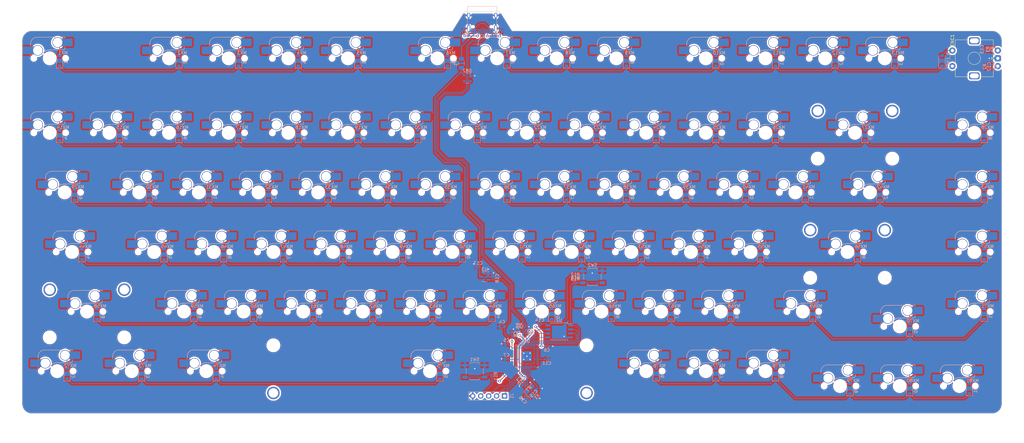
<source format=kicad_pcb>
(kicad_pcb (version 20221018) (generator pcbnew)
  (layers (0 "F.Cu" signal) (31 "B.Cu" signal) (34 "B.Paste" user) (35 "F.Paste" user) (36 "B.SilkS" user "B.Silkscreen") (37 "F.SilkS" user "F.Silkscreen") (38 "B.Mask" user) (39 "F.Mask" user) (44 "Edge.Cuts" user))
  (net 0 "")
  (net 1 "+1V1")
  (net 2 "GND")
  (net 3 "+3V3")
  (net 4 "ENC_A")
  (net 5 "ENC_B")
  (net 6 "XIN")
  (net 7 "Net-(C16-Pad1)")
  (net 8 "+5V")
  (net 9 "ROW0")
  (net 10 "Net-(D1-A)")
  (net 11 "Net-(D2-A)")
  (net 12 "Net-(D3-A)")
  (net 13 "Net-(D4-A)")
  (net 14 "Net-(D5-A)")
  (net 15 "Net-(D6-A)")
  (net 16 "Net-(D7-A)")
  (net 17 "Net-(D8-A)")
  (net 18 "Net-(D9-A)")
  (net 19 "Net-(D10-A)")
  (net 20 "Net-(D11-A)")
  (net 21 "Net-(D12-A)")
  (net 22 "Net-(D13-A)")
  (net 23 "ROW1")
  (net 24 "Net-(D14-A)")
  (net 25 "Net-(D15-A)")
  (net 26 "Net-(D16-A)")
  (net 27 "Net-(D17-A)")
  (net 28 "Net-(D18-A)")
  (net 29 "Net-(D19-A)")
  (net 30 "Net-(D20-A)")
  (net 31 "Net-(D21-A)")
  (net 32 "Net-(D22-A)")
  (net 33 "Net-(D23-A)")
  (net 34 "Net-(D24-A)")
  (net 35 "Net-(D25-A)")
  (net 36 "Net-(D26-A)")
  (net 37 "Net-(D27-A)")
  (net 38 "Net-(D28-A)")
  (net 39 "ROW2")
  (net 40 "Net-(D29-A)")
  (net 41 "Net-(D30-A)")
  (net 42 "Net-(D31-A)")
  (net 43 "Net-(D32-A)")
  (net 44 "Net-(D33-A)")
  (net 45 "Net-(D34-A)")
  (net 46 "Net-(D35-A)")
  (net 47 "Net-(D36-A)")
  (net 48 "Net-(D37-A)")
  (net 49 "Net-(D38-A)")
  (net 50 "Net-(D39-A)")
  (net 51 "Net-(D40-A)")
  (net 52 "Net-(D41-A)")
  (net 53 "Net-(D42-A)")
  (net 54 "Net-(D43-A)")
  (net 55 "ROW3")
  (net 56 "Net-(D44-A)")
  (net 57 "Net-(D45-A)")
  (net 58 "Net-(D46-A)")
  (net 59 "Net-(D47-A)")
  (net 60 "Net-(D48-A)")
  (net 61 "Net-(D49-A)")
  (net 62 "Net-(D50-A)")
  (net 63 "Net-(D51-A)")
  (net 64 "Net-(D52-A)")
  (net 65 "Net-(D53-A)")
  (net 66 "Net-(D54-A)")
  (net 67 "Net-(D55-A)")
  (net 68 "Net-(D56-A)")
  (net 69 "Net-(D57-A)")
  (net 70 "ROW4")
  (net 71 "Net-(D58-A)")
  (net 72 "Net-(D59-A)")
  (net 73 "Net-(D60-A)")
  (net 74 "Net-(D61-A)")
  (net 75 "Net-(D62-A)")
  (net 76 "Net-(D63-A)")
  (net 77 "Net-(D64-A)")
  (net 78 "Net-(D65-A)")
  (net 79 "Net-(D66-A)")
  (net 80 "Net-(D67-A)")
  (net 81 "Net-(D68-A)")
  (net 82 "Net-(D69-A)")
  (net 83 "Net-(D70-A)")
  (net 84 "Net-(D71-A)")
  (net 85 "ROW5")
  (net 86 "Net-(D72-A)")
  (net 87 "Net-(D73-A)")
  (net 88 "Net-(D74-A)")
  (net 89 "Net-(D75-A)")
  (net 90 "Net-(D76-A)")
  (net 91 "Net-(D77-A)")
  (net 92 "Net-(D78-A)")
  (net 93 "Net-(D79-A)")
  (net 94 "Net-(D80-A)")
  (net 95 "Net-(D81-A)")
  (net 96 "D+")
  (net 97 "D-")
  (net 98 "Net-(D_ENC1-A)")
  (net 99 "Net-(ENC1-PadA)")
  (net 100 "Net-(ENC1-PadB)")
  (net 101 "COL14")
  (net 102 "VBUS")
  (net 103 "SWC")
  (net 104 "SWD")
  (net 105 "RESET")
  (net 106 "Net-(J2-CC1)")
  (net 108 "Net-(J2-CC2)")
  (net 110 "COL0")
  (net 111 "COL1")
  (net 112 "COL2")
  (net 113 "COL3")
  (net 114 "COL4")
  (net 115 "COL5")
  (net 116 "COL6")
  (net 117 "COL7")
  (net 118 "COL8")
  (net 119 "COL9")
  (net 120 "COL10")
  (net 121 "COL11")
  (net 122 "COL12")
  (net 123 "COL13")
  (net 124 "Net-(R1-Pad2)")
  (net 125 "Net-(R3-Pad2)")
  (net 126 "Net-(U1-USB_DP)")
  (net 127 "Net-(U1-USB_DM)")
  (net 128 "XOUT")
  (net 129 "Net-(R10-Pad2)")
  (net 130 "Q_SEL")
  (net 131 "Net-(R13-Pad1)")
  (net 162 "Q_IO3")
  (net 163 "Q_CLK")
  (net 164 "Q_IO0")
  (net 165 "Q_IO2")
  (net 166 "Q_IO1")
  (footprint "PCM_marbastlib-various:ROT_Alps_EC11E-Switch" (layer "F.Cu") (at 317.5 22.225 90)
    (fp_text reference "ENC1")
    (fp_text value "EC11E15244G1")
  )
  (footprint "Diode_SMD:D_SOD-123" (layer "B.Cu") (at 125.4125 103.98125 90)
    (fp_text reference "D62")
    (fp_text value "D_Small")
  )
  (footprint "PCM_marbastlib-mx:SW_MX_HS_1u" (layer "B.Cu") (at 74.6125 84.1375 180)
    (fp_text reference "MX46")
    (fp_text value "MX_SW_HS" hide)
  )
  (footprint "Diode_SMD:D_SOD-123" (layer "B.Cu") (at 244.475 65.88125 90)
    (fp_text reference "D40")
    (fp_text value "D_Small")
  )
  (footprint "PCM_marbastlib-mx:SW_MX_HS_1u" (layer "B.Cu") (at 112.7125 84.1375 180)
    (fp_text reference "MX48")
    (fp_text value "MX_SW_HS" hide)
  )
  (footprint "Diode_SMD:D_SOD-123" (layer "B.Cu") (at 192.0875 84.93125 90)
    (fp_text reference "D52")
    (fp_text value "D_Small")
  )
  (footprint "Diode_SMD:D_SOD-123" (layer "B.Cu") (at 220.6625 103.98125 90)
    (fp_text reference "D67")
    (fp_text value "D_Small")
  )
  (footprint "PCM_marbastlib-mx:SW_MX_HS_1u" (layer "B.Cu") (at 222.25 65.0875 180)
    (fp_text reference "MX39")
    (fp_text value "MX_SW_HS" hide)
  )
  (footprint "PCM_marbastlib-mx:SW_MX_HS_1u" (layer "B.Cu") (at 34.13125 103.1875 180)
    (fp_text reference "MX58")
    (fp_text value "MX_SW_HS" hide)
  )
  (footprint "Diode_SMD:D_SOD-123" (layer "B.Cu") (at 234.95 46.83125 90)
    (fp_text reference "D25")
    (fp_text value "D_Small")
  )
  (footprint "Resistor_SMD:R_0402_1005Metric" (layer "B.Cu") (at 190.1 92.5 180)
    (fp_text reference "R12")
    (fp_text value "5k1")
  )
  (footprint "PCM_marbastlib-mx:SW_MX_HS_1u" (layer "B.Cu") (at 198.4375 103.1875 180)
    (fp_text reference "MX66")
    (fp_text value "MX_SW_HS" hide)
  )
  (footprint "PCM_marbastlib-mx:SW_MX_HS_1u" (layer "B.Cu") (at 207.9625 84.1375 180)
    (fp_text reference "MX53")
    (fp_text value "MX_SW_HS" hide)
  )
  (footprint "PCM_marbastlib-mx:SW_MX_HS_1u" (layer "B.Cu") (at 288.925 22.225 180)
    (fp_text reference "MX13")
    (fp_text value "MX_SW_HS" hide)
  )
  (footprint "Diode_SMD:D_SOD-123" (layer "B.Cu") (at 92.075 65.88125 90)
    (fp_text reference "D32")
    (fp_text value "D_Small")
  )
  (footprint "PCM_marbastlib-mx:SW_MX_HS_1u" (layer "B.Cu") (at 236.5375 103.1875 180)
    (fp_text reference "MX68")
    (fp_text value "MX_SW_HS" hide)
  )
  (footprint "Diode_SMD:D_SOD-123" (layer "B.Cu") (at 225.425 65.88125 90)
    (fp_text reference "D39")
    (fp_text value "D_Small")
  )
  (footprint "Diode_SMD:D_SOD-123" (layer "B.Cu") (at 282.575 46.83125 90)
    (fp_text reference "D27")
    (fp_text value "D_Small")
  )
  (footprint "Capacitor_SMD:C_0402_1005Metric" (layer "B.Cu") (at 175.296563 109.624433 90)
    (fp_text reference "C2")
    (fp_text value "100n")
  )
  (footprint "PCM_marbastlib-mx:SW_MX_HS_1u" (layer "B.Cu") (at 212.725 46.0375 180)
    (fp_text reference "MX24")
    (fp_text value "MX_SW_HS" hide)
  )
  (footprint "Capacitor_SMD:C_0402_1005Metric" (layer "B.Cu") (at 180.975 118.467527)
    (fp_text reference "C11")
    (fp_text value "100n")
  )
  (footprint "Capacitor_SMD:C_0402_1005Metric" (layer "B.Cu") (at 177.63825 130.248888 -135)
    (fp_text reference "C15")
    (fp_text value "22p")
  )
  (footprint "Diode_SMD:D_SOD-123" (layer "B.Cu") (at 146.84375 123.03125 90)
    (fp_text reference "D75")
    (fp_text value "D_Small")
  )
  (footprint "Diode_SMD:D_SOD-123" (layer "B.Cu") (at 315.9125 127.79375 90)
    (fp_text reference "D81")
    (fp_text value "D_Small")
  )
  (footprint "PCM_marbastlib-mx:SW_MX_HS_1u" (layer "B.Cu") (at 317.5 65.0875 180)
    (fp_text reference "MX43")
    (fp_text value "MX_SW_HS" hide)
  )
  (footprint "Capacitor_SMD:C_0603_1608Metric" (layer "B.Cu") (at 166.6875 107.95 180)
    (fp_text reference "C4")
    (fp_text value "10u")
  )
  (footprint "Resistor_SMD:R_0402_1005Metric" (layer "B.Cu") (at 163.5125 123.825 90)
    (fp_text reference "R11")
    (fp_text value "5k1")
  )
  (footprint "PCM_marbastlib-mx:SW_MX_HS_1u" (layer "B.Cu") (at 312.7375 127 180)
    (fp_text reference "MX81")
    (fp_text value "MX_SW_HS" hide)
  )
  (footprint "Capacitor_SMD:C_0402_1005Metric" (layer "B.Cu") (at 173.054114 125.651046 -135)
    (fp_text reference "C3")
    (fp_text value "100n")
  )
  (footprint "Capacitor_SMD:C_0402_1005Metric" (layer "B.Cu") (at 180.975 114.3)
    (fp_text reference "C6")
    (fp_text value "100n")
  )
  (footprint "PCM_marbastlib-mx:SW_MX_HS_1u" (layer "B.Cu") (at 250.825 46.0375 180)
    (fp_text reference "MX26")
    (fp_text value "MX_SW_HS" hide)
  )
  (footprint "Diode_SMD:D_SOD-123" (layer "B.Cu") (at 320.675 65.88125 90)
    (fp_text reference "D43")
    (fp_text value "D_Small")
  )
  (footprint "PCM_marbastlib-mx:SW_MX_HS_1.25u" (layer "B.Cu") (at 72.23125 122.2375 180)
    (fp_text reference "MX74")
    (fp_text value "MX_SW_HS" hide)
  )
  (footprint "PCM_marbastlib-mx:SW_MX_HS_1u" (layer "B.Cu") (at 117.475 22.225 180)
    (fp_text reference "MX5")
    (fp_text value "MX_SW_HS" hide)
  )
  (footprint "PCM_marbastlib-mx:SW_MX_HS_1u" (layer "B.Cu") (at 98.425 22.225 180)
    (fp_text reference "MX4")
    (fp_text value "MX_SW_HS" hide)
  )
  (footprint "PCM_marbastlib-mx:SW_MX_HS_1u" (layer "B.Cu") (at 184.15 22.225 180)
    (fp_text reference "MX8")
    (fp_text value "MX_SW_HS" hide)
  )
  (footprint "Diode_SMD:D_SOD-123" (layer "B.Cu") (at 130.175 65.88125 90)
    (fp_text reference "D34")
    (fp_text value "D_Small")
  )
  (footprint "PCM_marbastlib-mx:SW_MX_HS_1u" (layer "B.Cu") (at 79.375 46.0375 180)
    (fp_text reference "MX17")
    (fp_text value "MX_SW_HS" hide)
  )
  (footprint "Crystal:Crystal_SMD_3225-4Pin_3.2x2.5mm" (layer "B.Cu") (at 176.107 128.638888 45)
    (fp_text reference "X1")
    (fp_text value "12MHz")
  )
  (footprint "Resistor_SMD:R_0402_1005Metric" (layer "B.Cu") (at 190.1 91.3)
    (fp_text reference "R10")
    (fp_text value "5k1")
  )
  (footprint "Diode_SMD:D_SOD-123" (layer "B.Cu") (at 111.125 65.88125 90)
    (fp_text reference "D33")
    (fp_text value "D_Small")
  )
  (footprint "Resistor_SMD:R_0402_1005Metric" (layer "B.Cu") (at 154.425299 13.864317 90)
    (fp_text reference "R8")
    (fp_text value "5k1")
  )
  (footprint "Diode_SMD:D_SOD-123" (layer "B.Cu") (at 63.5 23.01875 90)
    (fp_text reference "D2")
    (fp_text value "D_Small")
  )
  (footprint "Diode_SMD:D_SOD-123" (layer "B.Cu") (at 182.5625 103.98125 90)
    (fp_text reference "D65")
    (fp_text value "D_Small")
  )
  (footprint "Diode_SMD:D_SOD-123" (layer "B.Cu") (at 287.3375 65.88125 90)
    (fp_text reference "D42")
    (fp_text value "D_Small")
  )
  (footprint "PCM_marbastlib-mx:SW_MX_HS_1u" (layer "B.Cu") (at 22.225 22.225 180)
    (fp_text reference "MX1")
    (fp_text value "MX_SW_HS" hide)
  )
  (footprint "Capacitor_SMD:C_0402_1005Metric" (layer "B.Cu") (at 169.8625 110.33125 90)
    (fp_text reference "C8")
    (fp_text value "100n")
  )
  (footprint "Package_TO_SOT_SMD:SOT-143" (layer "B.Cu") (at 155.575 28.575 180)
    (fp_text reference "D82")
    (fp_text value "PRTR5V0U2X")
  )
  (footprint "Resistor_SMD:R_0402_1005Metric" (layer "B.Cu") (at 166.189945 13.870291 -90)
    (fp_text reference "R9")
    (fp_text value "5k1")
  )
  (footprint "Resistor_SMD:R_0402_1005Metric" (layer "B.Cu") (at 174.491354 127.070268 45)
    (fp_text reference "R7")
    (fp_text value "1k")
  )
  (footprint "PCM_marbastlib-mx:SW_MX_HS_1u" (layer "B.Cu") (at 107.95 65.0875 180)
    (fp_text reference "MX33")
    (fp_text value "MX_SW_HS" hide)
  )
  (footprint "Resistor_SMD:R_0402_1005Metric" (layer "B.Cu") (at 323.05625 24.89 90)
    (fp_text reference "R1")
    (fp_text value "5k1")
  )
  (footprint "Diode_SMD:D_SOD-123" (layer "B.Cu") (at 27.78125 123.03125 90)
    (fp_text reference "D72")
    (fp_text value "D_Small")
  )
  (footprint "PCM_marbastlib-mx:SW_MX_HS_1u" (layer "B.Cu") (at 227.0125 84.1375 180)
    (fp_text reference "MX54")
    (fp_text value "MX_SW_HS" hide)
  )
  (footprint "Resistor_SMD:R_0402_1005Metric" (layer "B.Cu") (at 322.052908 24.88578 -90)
    (fp_text reference "R2")
    (fp_text value "5k1")
  )
  (footprint "PCM_marbastlib-mx:SW_MX_HS_1u" (layer "B.Cu") (at 188.9125 84.1375 180)
    (fp_text reference "MX52")
    (fp_text value "MX_SW_HS" hide)
  )
  (footprint "Diode_SMD:D_SOD-123" (layer "B.Cu") (at 211.1375 84.93125 90)
    (fp_text reference "D53")
    (fp_text value "D_Small")
  )
  (footprint "PCM_marbastlib-mx:SW_MX_HS_1u" (layer "B.Cu") (at 174.625 46.0375 180)
    (fp_text reference "MX22")
    (fp_text value "MX_SW_HS" hide)
  )
  (footprint "PCM_marbastlib-mx:SW_MX_HS_1u" (layer "B.Cu") (at 146.05 22.225 180)
    (fp_text reference "MX6")
    (fp_text value "MX_SW_HS" hide)
  )
  (footprint "Diode_SMD:D_SOD-123" (layer "B.Cu") (at 234.95 23.01875 90)
    (fp_text reference "D10")
    (fp_text value "D_Small")
  )
  (footprint "Diode_SMD:D_SOD-123" (layer "B.Cu") (at 177.8 46.83125 90)
    (fp_text reference "D22")
    (fp_text value "D_Small")
  )
  (footprint "Capacitor_SMD:C_0402_1005Metric" (layer "B.Cu") (at 168.100021 118.26875 180)
    (fp_text reference "C7")
    (fp_text value "100n")
  )
  (footprint "Resistor_SMD:R_0402_1005Metric" (layer "B.Cu") (at 323.05625 19.333751 -90)
    (fp_text reference "R3")
    (fp_text value "5k1")
  )
  (footprint "PCM_marbastlib-mx:SW_MX_HS_1u" (layer "B.Cu") (at 317.5 84.1375 180)
    (fp_text reference "MX57")
    (fp_text value "MX_SW_HS" hide)
  )
  (footprint "Diode_SMD:D_SOD-123" (layer "B.Cu") (at 82.55 46.83125 90)
    (fp_text reference "D17")
    (fp_text value "D_Small")
  )
  (footprint "Diode_SMD:D_SOD-123" (layer "B.Cu") (at 58.7375 84.93125 90)
    (fp_text reference "D45")
    (fp_text value "D_Small")
  )
  (footprint "Resistor_SMD:R_0402_1005Metric" (layer "B.Cu") (at 172.893304 107.727078 -90)
    (fp_text reference "R6")
    (fp_text value "27")
  )
  (footprint "Diode_SMD:D_SOD-123" (layer "B.Cu") (at 307.18125 23.01875 90)
    (fp_text reference "D_ENC1")
    (fp_text value "D_Small")
  )
  (footprint "Diode_SMD:D_SOD-123" (layer "B.Cu") (at 149.225 65.88125 90)
    (fp_text reference "D35")
    (fp_text value "D_Small")
  )
  (footprint "PCM_marbastlib-mx:SW_MX_HS_1u" (layer "B.Cu") (at 250.825 22.225 180)
    (fp_text reference "MX11")
    (fp_text value "MX_SW_HS" hide)
  )
  (footprint "Diode_SMD:D_SOD-123" (layer "B.Cu") (at 273.05 23.01875 90)
    (fp_text reference "D12")
    (fp_text value "D_Small")
  )
  (footprint "PCM_marbastlib-mx:SW_MX_HS_1u" (layer "B.Cu") (at 84.1375 103.1875 180)
    (fp_text reference "MX60")
    (fp_text value "MX_SW_HS" hide)
  )
  (footprint "PCM_marbastlib-mx:SW_MX_HS_1u" (layer "B.Cu") (at 41.275 46.0375 180)
    (fp_text reference "MX15")
    (fp_text value "MX_SW_HS" hide)
  )
  (footprint "PCM_marbastlib-mx:SW_MX_HS_1.75u" (layer "B.Cu") (at 29.36875 84.1375 180)
    (fp_text reference "MX44")
    (fp_text value "MX_SW_HS" hide)
  )
  (footprint "Diode_SMD:D_SOD-123" (layer "B.Cu") (at 320.675 84.93125 90)
    (fp_text reference "D57")
    (fp_text value "D_Small")
  )
  (footprint "Capacitor_SMD:C_0402_1005Metric" (layer "B.Cu") (at 321.065772 24.889529 90)
    (fp_text reference "C12")
    (fp_text value "10n")
  )
  (footprint "PCM_marbastlib-mx:SW_MX_HS_1u" (layer "B.Cu") (at 155.575 46.0375 180)
    (fp_text reference "MX21")
    (fp_text value "MX_SW_HS" hide)
  )
  (footprint "Diode_SMD:D_SOD-123" (layer "B.Cu") (at 96.8375 84.93125 90)
    (fp_text reference "D47")
    (fp_text value "D_Small")
  )
  (footprint "Connector_PinHeader_2.54mm:PinHeader_1x05_P2.54mm_Vertical" (layer "B.Cu") (at 167.48125 130.175 90)
    (fp_text reference "J1")
    (fp_text value "Conn_01x05")
  )
  (footprint "PCM_marbastlib-mx:SW_MX_HS_1u" (layer "B.Cu") (at 65.0875 103.1875 180)
    (fp_text reference "MX59")
    (fp_text value "MX_SW_HS" hide)
  )
  (footprint "PCM_marbastlib-mx:SW_MX_HS_1u" (layer "B.Cu") (at 212.725 122.2375 180)
    (fp_text reference "MX76")
    (fp_text value "MX_SW_HS" hide)
  )
  (footprint "Capacitor_SMD:C_0402_1005Metric" (layer "B.Cu") (at 170.836274 110.316247 90)
    (fp_text reference "C1")
    (fp_text value "1u")
  )
  (footprint "Resistor_SMD:R_0402_1005Metric" (layer "B.Cu") (at 322.075009 19.33119 90)
    (fp_text reference "R4")
    (fp_text value "5k1")
  )
  (footprint "PCM_marbastlib-mx:SW_MX_HS_1u" (layer "B.Cu") (at 50.8 65.0875 180)
    (fp_text reference "MX30")
    (fp_text value "MX_SW_HS" hide)
  )
  (footprint "Diode_SMD:D_SOD-123" (layer "B.Cu") (at 120.65 23.01875 90)
    (fp_text reference "D5")
    (fp_text value "D_Small")
  )
  (footprint "PCM_marbastlib-mx:SW_MX_HS_1u" (layer "B.Cu") (at 141.2875 103.1875 180)
    (fp_text reference "MX63")
    (fp_text value "MX_SW_HS" hide)
  )
  (footprint "PCM_marbastlib-mx:SW_MX_HS_1u" (layer "B.Cu") (at 143.66875 122.2375 180)
    (fp_text reference "MX75")
    (fp_text value "MX_SW_HS" hide)
  )
  (footprint "Capacitor_SMD:C_0402_1005Metric" (layer "B.Cu") (at 168.100021 113.50625 180)
    (fp_text reference "C5")
    (fp_text value "1u")
  )
  (footprint "Diode_SMD:D_SOD-123" (layer "B.Cu") (at 201.6125 103.98125 90)
    (fp_text reference "D66")
    (fp_text value "D_Small")
  )
  (footprint "PCM_marbastlib-mx:SW_MX_HS_1u" (layer "B.Cu") (at 79.375 22.225 180)
    (fp_text reference "MX3")
    (fp_text value "MX_SW_HS" hide)
  )
  (footprint "PCM_marbastlib-mx:STAB_MX_P_2u" (layer "B.Cu") (at 279.4 46.0375 180)
    (fp_text reference "S3" hide)
    (fp_text value "Backspace")
  )
  (footprint "PCM_marbastlib-mx:SW_MX_HS_1u" (layer "B.Cu") (at 250.825 122.2375 180)
    (fp_text reference "MX78")
    (fp_text value "MX_SW_HS" hide)
  )
  (footprint "PCM_marbastlib-mx:SW_MX_HS_1u" (layer "B.Cu") (at 279.4 46.0375 180)
    (fp_text reference "MX27")
    (fp_text value "MX_SW_HS" hide)
  )
  (footprint "PCM_marbastlib-mx:SW_MX_HS_1u" (layer "B.Cu") (at 88.9 65.0875 180)
    (fp_text reference "MX32")
    (fp_text value "MX_SW_HS" hide)
  )
  (footprint "PCM_marbastlib-mx:STAB_MX_P_2.25u" (layer "B.Cu") (at 277.01875 84.1375 180)
    (fp_text reference "S4" hide)
    (fp_text value "Enter")
  )
  (footprint "PCM_marbastlib-mx:SW_MX_HS_1u" (layer "B.Cu") (at 127 65.0875 180)
    (fp_text reference "MX34")
    (fp_text value "MX_SW_HS" hide)
  )
  (footprint "Diode_SMD:D_SOD-123" (layer "B.Cu") (at 82.55 23.01875 90)
    (fp_text reference "D3")
    (fp_text value "D_Small")
  )
  (footprint "PCM_marbastlib-mx:SW_MX_HS_1u" (layer "B.Cu") (at 260.35 65.0875 180)
    (fp_text reference "MX41")
    (fp_text value "MX_SW_HS" hide)
  )
  (footprint "Diode_SMD:D_SOD-123" (layer "B.Cu") (at 254 46.83125 90)
    (fp_text reference "D26")
    (fp_text value "D_Small")
  )
  (footprint "PCM_marbastlib-mx:SW_MX_HS_1u" (layer "B.Cu") (at 55.5625 84.1375 180)
    (fp_text reference "MX45")
    (fp_text value "MX_SW_HS" hide)
  )
  (footprint "PCM_marbastlib-mx:SW_MX_HS_1u" (layer "B.Cu") (at 122.2375 103.1875 180)
    (fp_text reference "MX62")
    (fp_text value "MX_SW_HS" hide)
  )
  (footprint "Diode_SMD:D_SOD-123" (layer "B.Cu") (at 149.225 23.01875 90)
    (fp_text reference "D6")
    (fp_text value "D_Small")
  )
  (footprint "Package_DFN_QFN:QFN-56-1EP_7x7mm_P0.4mm_EP3.2x3.2mm" (layer "B.Cu") (at 174.625 117.475 180)
    (fp_text reference "U1")
    (fp_text value "RP2040")
  )
  (footprint "Diode_SMD:D_SOD-123" (layer "B.Cu") (at 187.325 23.01875 90)
    (fp_text reference "D8")
    (fp_text value "D_Small")
  )
  (footprint "Resistor_SMD:R_0402_1005Metric" (layer "B.Cu") (at 190.1 93.993184 180)
    (fp_text reference "R13")
    (fp_text value "1k")
  )
  (footprint "PCM_marbastlib-mx:SW_MX_HS_1u" (layer "B.Cu") (at 136.525 46.0375 180)
    (fp_text reference "MX20")
    (fp_text value "MX_SW_HS" hide)
  )
  (footprint "Capacitor_SMD:C_0402_1005Metric" (layer "B.Cu") (at 163.960917 92.543063 90)
    (fp_text reference "C18")
    (fp_text value "1u")
  )
  (footprint "Diode_SMD:D_SOD-123" (layer "B.Cu") (at 173.0375 84.93125 90)
    (fp_text reference "D51")
    (fp_text value "D_Small")
  )
  (footprint "Diode_SMD:D_SOD-123" (layer "B.Cu") (at 106.3625 103.98125 90)
    (fp_text reference "D61")
    (fp_text value "D_Small")
  )
  (footprint "Diode_SMD:D_SOD-123" (layer "B.Cu") (at 254 23.01875 90)
    (fp_text reference "D11")
    (fp_text value "D_Small")
  )
  (footprint "Diode_SMD:D_SOD-123" (layer "B.Cu") (at 134.9375 84.93125 90)
    (fp_text reference "D49")
    (fp_text value "D_Small")
  )
  (footprint "PCM_marbastlib-mx:SW_MX_HS_1u" (layer "B.Cu") (at 241.3 65.0875 180)
    (fp_text reference "MX40")
    (fp_text value "MX_SW_HS" hide)
  )
  (footprint "PCM_marbastlib-mx:SW_MX_HS_1u" (layer "B.Cu") (at 277.01875 84.1375 180)
    (fp_text reference "MX56")
    (fp_text value "MX_SW_HS" hide)
  )
  (footprint "Diode_SMD:D_SOD-123" (layer "B.Cu") (at 53.975 65.88125 90)
    (fp_text reference "D30")
    (fp_text value "D_Small")
  )
  (footprint "PCM_marbastlib-mx:SW_MX_HS_1u" (layer "B.Cu") (at 60.325 22.225 180)
    (fp_text reference "MX2")
    (fp_text value "MX_SW_HS" hide)
  )
  (footprint "PCM_marbastlib-mx:SW_MX_HS_1u" (layer "B.Cu") (at 131.7625 84.1375 180)
    (fp_text reference "MX49")
    (fp_text value "MX_SW_HS" hide)
  )
  (footprint "Capacitor_SMD:C_0402_1005Metric" (layer "B.Cu") (at 178.717834 107.080722 180)
    (fp_text reference "C14")
    (fp_text value "1u")
  )
  (footprint "Button_Switch_SMD:SW_SPST_TL3342" (layer "B.Cu") (at 195.56 92.0875 180)
    (fp_text reference "SW2")
    (fp_text value "SW_Push")
  )
  (footprint "PCM_marbastlib-mx:SW_MX_HS_1u" (layer "B.Cu") (at 317.5 103.1875 180)
    (fp_text reference "MX71")
    (fp_text value "MX_SW_HS" hide)
  )
  (footprint "Diode_SMD:D_SOD-123" (layer "B.Cu") (at 187.325 65.88125 90)
    (fp_text reference "D37")
    (fp_text value "D_Small")
  )
  (footprint "Diode_SMD:D_SOD-123" (layer "B.Cu") (at 139.7 46.83125 90)
    (fp_text reference "D20")
    (fp_text value "D_Small")
  )
  (footprint "PCM_marbastlib-mx:SW_MX_HS_1u" (layer "B.Cu") (at 117.475 46.0375 180)
    (fp_text reference "MX19")
    (fp_text value "MX_SW_HS" hide)
  )
  (footprint "Diode_SMD:D_SOD-123" (layer "B.Cu") (at 196.85 46.83125 90)
    (fp_text reference "D23")
    (fp_text value "D_Small")
  )
  (footprint "Diode_SMD:D_SOD-123" (layer "B.Cu") (at 320.675 46.83125 90)
    (fp_text reference "D28")
    (fp_text value "D_Small")
  )
  (footprint "Diode_SMD:D_SOD-123" (layer "B.Cu") (at 37.30625 103.98125 90)
    (fp_text reference "D58")
    (fp_text value "D_Small")
  )
  (footprint "Diode_SMD:D_SOD-123" (layer "B.Cu") (at 215.9 46.83125 90)
    (fp_text reference "D24")
    (fp_text value "D_Small")
  )
  (footprint "Diode_SMD:D_SOD-123" (layer "B.Cu") (at 158.75 46.83125 90)
    (fp_text reference "D21")
    (fp_text value "D_Small")
  )
  (footprint "Diode_SMD:D_SOD-123" (layer "B.Cu") (at 32.54375 84.93125 90)
    (fp_text reference "D44")
    (fp_text value "D_Small")
  )
  (footprint "Diode_SMD:D_SOD-123" (layer "B.Cu") (at 230.1875 84.93125 90)
    (fp_text reference "D54")
    (fp_text value "D_Small")
  )
  (footprint "Diode_SMD:D_SOD-123" (layer "B.Cu") (at 44.45 46.83125 90)
    (fp_text reference "D15")
    (fp_text value "D_Small")
  )
  (footprint "Button_Switch_SMD:SW_SPST_TL3342" (layer "B.Cu") (at 157.95625 122.2375 180)
    (fp_text reference "SW1")
    (fp_text value "SW_Push")
  )
  (footprint "Diode_SMD:D_SOD-123" (layer "B.Cu") (at 292.1 23.01875 90)
    (fp_text reference "D13")
    (fp_text value "D_Small")
  )
  (footprint "PCM_marbastlib-mx:SW_MX_HS_1u" (layer "B.Cu") (at 103.1875 103.1875 180)
    (fp_text reference "MX61")
    (fp_text value "MX_SW_HS" hide)
  )
  (footprint "PCM_marbastlib-mx:SW_MX_HS_1.75u" (layer "B.Cu") (at 262.73125 103.1875 180)
    (fp_text reference "MX69")
    (fp_text value "MX_SW_HS" hide)
  )
  (footprint "PCM_marbastlib-mx:SW_MX_HS_1u" (layer "B.Cu") (at 93.6625 84.1375 180)
    (fp_text reference "MX47")
    (fp_text value "MX_SW_HS" hide)
  )
  (footprint "PCM_marbastlib-mx:SW_MX_HS_1u" (layer "B.Cu") (at 60.325 46.0375 180)
    (fp_text reference "MX16")
    (fp_text value "MX_SW_HS" hide)
  )
  (footprint "PCM_marbastlib-mx:SW_MX_HS_1u" (layer "B.Cu") (at 269.875 22.225 180)
    (fp_text reference "MX12")
    (fp_text value "MX_SW_HS" hide)
  )
  (footprint "PCM_marbastlib-mx:SW_MX_HS_1u" (layer "B.Cu") (at 150.8125 84.1375 180)
    (fp_text reference "MX50")
    (fp_text value "MX_SW_HS" hide)
  )
  (footprint "PCM_marbastlib-mx:SW_MX_HS_1u" (layer "B.Cu") (at 317.5 46.0375 180)
    (fp_text reference "MX28")
    (fp_text value "MX_SW_HS" hide)
  )
  (footprint "Diode_SMD:D_SOD-123" (layer "B.Cu") (at 30.1625 65.88125 90)
    (fp_text reference "D29")
    (fp_text value "D_Small")
  )
  (footprint "Diode_SMD:D_SOD-123" (layer "B.Cu") (at 75.40625 123.03125 90)
    (fp_text reference "D74")
    (fp_text value "D_Small")
  )
  (footprint "Diode_SMD:D_SOD-123" (layer "B.Cu") (at 168.275 65.88125 90)
    (fp_text reference "D36")
    (fp_text value "D_Small")
  )
  (footprint "Diode_SMD:D_SOD-123" (layer "B.Cu") (at 153.9875 84.93125 90)
    (fp_text reference "D50")
    (fp_text value "D_Small")
  )
  (footprint "Diode_SMD:D_SOD-123" (layer "B.Cu") (at 68.2625 103.98125 90)
    (fp_text reference "D59")
    (fp_text value "D_Small")
  )
  (footprint "Diode_SMD:D_SOD-123" (layer "B.Cu") (at 168.275 23.01875 90)
    (fp_text reference "D7")
    (fp_text value "D_Small")
  )
  (footprint "PCM_marbastlib-mx:SW_MX_HS_1u" (layer "B.Cu") (at 179.3875 103.1875 180)
    (fp_text reference "MX65")
    (fp_text value "MX_SW_HS" hide)
  )
  (footprint "Capacitor_SMD:C_0402_1005Metric" (layer "B.Cu") (at 174.197608 130.573914 -45)
    (fp_text reference "C16")
    (fp_text value "22p")
  )
  (footprint "Diode_SMD:D_SOD-123" (layer "B.Cu") (at 215.9 123.03125 90)
    (fp_text reference "D76")
    (fp_text value "D_Small")
  )
  (footprint "Diode_SMD:D_SOD-123" (layer "B.Cu") (at 206.375 23.01875 90)
    (fp_text reference "D9")
    (fp_text value "D_Small")
  )
  (footprint "Diode_SMD:D_SOD-123" (layer "B.Cu") (at 73.025 65.88125 90)
    (fp_text reference "D31")
    (fp_text value "D_Small")
  )
  (footprint "Diode_SMD:D_SOD-123" (layer "B.Cu") (at 163.5125 103.98125 90)
    (fp_text reference "D64")
    (fp_text value "D_Small")
  )
  (footprint "Diode_SMD:D_SOD-123" (layer "B.Cu") (at 115.8875 84.93125 90)
    (fp_text reference "D48")
    (fp_text value "D_Small")
  )
  (footprint "PCM_marbastlib-mx:SW_MX_HS_1u" (layer "B.Cu") (at 203.2 22.225 180)
    (fp_text reference "MX9")
    (fp_text value "MX_SW_HS" hide)
  )
  (footprint "PCM_marbastlib-mx:SW_MX_HS_1u" (layer "B.Cu") (at 22.225 46.0375 180)
    (fp_text reference "MX14")
    (fp_text value "MX_SW_HS" hide)
  )
  (footprint "Diode_SMD:D_SOD-123" (layer "B.Cu") (at 296.8625 127.79375 90)
    (fp_text reference "D80")
    (fp_text value "D_Small")
  )
  (footprint "PCM_marbastlib-mx:SW_MX_HS_1u" (layer "B.Cu") (at 246.0625 84.1375 180)
    (fp_text reference "MX55")
    (fp_text value "MX_SW_HS" hide)
  )
  (footprint "PCM_marbastlib-mx:SW_MX_HS_1u" (layer "B.Cu") (at 231.775 22.225 180)
    (fp_text reference "MX10")
    (fp_text value "MX_SW_HS" hide)
  )
  (footprint "PCM_marbastlib-mx:SW_MX_HS_1u" (layer "B.Cu") (at 165.1 65.0875 180)
    (fp_text reference "MX36")
    (fp_text value "MX_SW_HS" hide)
  )
  (footprint "Resistor_SMD:R_0402_1005Metric" (layer "B.Cu") (at 173.879543 107.729592 -90)
    (fp_text reference "R5")
    (fp_text value "27")
  )
  (footprint "Diode_SMD:D_SOD-123" (layer "B.Cu") (at 296.8625 108.74375 90)
    (fp_text reference "D70")
    (fp_text value "D_Small")
  )
  (footprint "PCM_marbastlib-mx:SW_MX_HS_1u" (layer "B.Cu") (at 193.675 46.0375 180)
    (fp_text reference "MX23")
    (fp_text value "MX_SW_HS" hide)
  )
  (footprint "Diode_SMD:D_SOD-123" (layer "B.Cu") (at 77.7875 84.93125 90)
    (fp_text reference "D46")
    (fp_text value "D_Small")
  )
  (footprint "PCM_marbastlib-mx:SW_MX_HS_1u" (layer "B.Cu") (at 69.85 65.0875 180)
    (fp_text reference "MX31")
    (fp_text value "MX_SW_HS" hide)
  )
  (footprint "PCM_marbastlib-mx:SW_MX_HS_1u" (layer "B.Cu") (at 169.8625 84.1375 180)
    (fp_text reference "MX51")
    (fp_text value "MX_SW_HS" hide)
  )
  (footprint "Capacitor_SMD:C_0402_1005Metric" (layer "B.Cu") (at 159.05386 88.865273 180)
    (fp_text reference "C17")
    (fp_text value "1u")
  )
  (footprint "Diode_SMD:D_SOD-123" (layer "B.Cu") (at 63.5 46.83125 90)
    (fp_text reference "D16")
    (fp_text value "D_Small")
  )
  (footprint "Diode_SMD:D_SOD-123" (layer "B.Cu") (at 87.3125 103.98125 90)
    (fp_text reference "D60")
    (fp_text value "D_Small")
  )
  (footprint "Fuse:Fuse_1206_3216Metric" (layer "B.Cu") (at 153.71222 23.8125 -90)
    (fp_text reference "F1")
    (fp_text value "500mA")
  )
  (footprint "PCM_marbastlib-mx:SW_MX_HS_1u" (layer "B.Cu") (at 293.6875 107.95 180)
    (fp_text reference "MX70")
    (fp_text value "MX_SW_HS" hide)
  )
  (footprint "PCM_marbastlib-mx:SW_MX_HS_1u" (layer "B.Cu") (at 203.2 65.0875 180)
    (fp_text reference "MX38")
    (fp_text value "MX_SW_HS" hide)
  )
  (footprint "PCM_marbastlib-mx:SW_MX_HS_1.25u" (layer "B.Cu") (at 48.41875 122.2375 180)
    (fp_text reference "MX73")
    (fp_text value "MX_SW_HS" hide)
  )
  (footprint "Diode_SMD:D_SOD-123" (layer "B.Cu") (at 320.675 103.98125 90)
    (fp_text reference "D71")
    (fp_text value "D_Small")
  )
  (footprint "Package_TO_SOT_SMD:SOT-23-3" (layer "B.Cu") (at 161.13125 92.075 180)
    (fp_text reference "U3")
    (fp_text value "XC6206P332MR")
  )
  (footprint "Diode_SMD:D_SOD-123" (layer "B.Cu") (at 25.4 46.83125 90)
    (fp_text reference "D14")
    (fp_text value "D_Small")
  )
  (footprint "Diode_SMD:D_SOD-123" (layer "B.Cu") (at 25.4 23.01875 90)
    (fp_text reference "D1")
    (fp_text value "D_Small")
  )
  (footprint "PCM_marbastlib-mx:STAB_MX_P_6.25u" (layer "B.Cu") (at 143.66875 122.2375)
    (fp_text reference "S2" hide)
    (fp_text value "Space")
  )
  (footprint "PCM_marbastlib-mx:SW_MX_HS_1u" (layer "B.Cu") (at 184.15 65.0875 180)
    (fp_text reference "MX37")
    (fp_text value "MX_SW_HS" hide)
  )
  (footprint "Diode_SMD:D_SOD-123" (layer "B.Cu") (at 101.6 23.01875 90)
    (fp_text reference "D4")
    (fp_text value "D_Small")
  )
  (footprint "PCM_marbastlib-mx:SW_MX_HS_1u" (layer "B.Cu") (at 146.05 65.0875 180)
    (fp_text reference "MX35")
    (fp_text value "MX_SW_HS" hide)
  )
  (footprint "Diode_SMD:D_SOD-123" (layer "B.Cu") (at 277.8125 127.79375 90)
    (fp_text reference "D79")
    (fp_text value "D_Small")
  )
  (footprint "Diode_SMD:D_SOD-123" (layer "B.Cu") (at 120.65 46.83125 90)
    (fp_text reference "D19")
    (fp_text value "D_Small")
  )
  (footprint "Capacitor_SMD:C_0402_1005Metric" (layer "B.Cu") (at 321.090687 19.330485 -90)
    (fp_text reference "C13")
    (fp_text value "10n")
  )
  (footprint "PCM_marbastlib-mx:SW_MX_HS_1u" (layer "B.Cu") (at 160.3375 103.1875 180)
    (fp_text reference "MX64")
    (fp_text value "MX_SW_HS" hide)
  )
  (footprint "PCM_marbastlib-mx:SW_MX_HS_1.5u" (layer "B.Cu") (at 26.9875 65.0875 180)
    (fp_text reference "MX29")
    (fp_text value "MX_SW_HS" hide)
  )
  (footprint "Diode_SMD:D_SOD-123" (layer "B.Cu") (at 265.90625 103.98125 90)
    (fp_text reference "D69")
    (fp_text value "D_Small")
  )
  (footprint "Capacitor_SMD:C_0402_1005Metric" (layer "B.Cu") (at 173.743636 126.349254 -135)
    (fp_text reference "C10")
    (fp_text value "100n")
  )
  (footprint "Package_SO:SOIC-8_5.23x5.23mm_P1.27mm" (layer "B.Cu") (at 184.94375 109.5375 180)
    (fp_text reference "U2")
    (fp_text value "W25Q128JVS")
  )
  (footprint "Diode_SMD:D_SOD-123" (layer "B.Cu") (at 254 123.03125 90)
    (fp_text reference "D78")
    (fp_text value "D_Small")
  )
  (footprint "Connector_USB:USB_C_Receptacle_HRO_TYPE-C-31-M-12" (layer "B.Cu") (at 160.3375 9.525)
    (fp_text reference "J2")
    (fp_text value "USB_C_Receptacle_USB2.0")
  )
  (footprint "Diode_SMD:D_SOD-123" (layer "B.Cu") (at 239.7125 103.98125 90)
    (fp_text reference "D68")
    (fp_text value "D_Small")
  )
  (footprint "Diode_SMD:D_SOD-123" (layer "B.Cu") (at 249.2375 84.93125 90)
    (fp_text reference "D55")
    (fp_text value "D_Small")
  )
  (footprint "PCM_marbastlib-mx:SW_MX_HS_1.25u" (layer "B.Cu") (at 24.60625 122.2375 180)
    (fp_text reference "MX72")
    (fp_text value "MX_SW_HS" hide)
  )
  (footprint "PCM_marbastlib-mx:SW_MX_HS_1u" (layer "B.Cu") (at 231.775 122.2375 180)
    (fp_text reference "MX77")
    (fp_text value "MX_SW_HS" hide)
  )
  (footprint "PCM_marbastlib-mx:SW_MX_HS_1.5u" (layer "B.Cu") (at 284.1625 65.0875 180)
    (fp_text reference "MX42")
    (fp_text value "MX_SW_HS" hide)
  )
  (footprint "Diode_SMD:D_SOD-123" (layer "B.Cu") (at 206.375 65.88125 90)
    (fp_text reference "D38")
    (fp_text value "D_Small")
  )
  (footprint "Diode_SMD:D_SOD-123" (layer "B.Cu") (at 280.19375 84.93125 90)
    (fp_text reference "D56")
    (fp_text value "D_Small")
  )
  (footprint "Diode_SMD:D_SOD-123" (layer "B.Cu") (at 263.525 65.88125 90)
    (fp_text reference "D41")
    (fp_text value "D_Small")
  )
  (footprint "Diode_SMD:D_SOD-123" (layer "B.Cu") (at 51.59375 123.03125 90)
    (fp_text reference "D73")
    (fp_text value "D_Small")
  )
  (footprint "PCM_marbastlib-mx:SW_MX_HS_1u" (layer "B.Cu") (at 293.6875 127 180)
    (fp_text reference "MX80")
    (fp_text value "MX_SW_HS" hide)
  )
  (footprint "PCM_marbastlib-mx:SW_MX_HS_1u" (layer "B.Cu") (at 274.6375 127 180)
    (fp_text reference "MX79")
    (fp_text value "MX_SW_HS" hide)
  )
  (footprint "PCM_marbastlib-mx:STAB_MX_P_2.25u" (layer "B.Cu") (at 34.13125 103.1875 180)
    (fp_text reference "S1" hide)
    (fp_text value "LShift")
  )
  (footprint "PCM_marbastlib-mx:SW_MX_HS_1u" (layer "B.Cu") (at 231.775 46.0375 180)
    (fp_text reference "MX25")
    (fp_text value "MX_SW_HS" hide)
  )
  (footprint "Diode_SMD:D_SOD-123" (layer "B.Cu") (at 101.6 46.83125 90)
    (fp_text reference "D18")
    (fp_text value "D_Small")
  )
  (footprint "PCM_marbastlib-mx:SW_MX_HS_1u" (layer "B.Cu") (at 98.425 46.0375 180)
    (fp_text reference "MX18")
    (fp_text value "MX_SW_HS" hide)
  )
  (footprint "Capacitor_SMD:C_0402_1005Metric" (layer "B.Cu") (at 174.329646 109.624433 90)
    (fp_text reference "C9")
    (fp_text value "100n")
  )
  (footprint "Diode_SMD:D_SOD-123" (layer "B.Cu") (at 234.95 123.03125 90)
    (fp_text reference "D77")
    (fp_text value "D_Small")
  )
  (footprint "Diode_SMD:D_SOD-123" (layer "B.Cu") (at 144.4625 103.98125 90)
    (fp_text reference "D63")
    (fp_text value "D_Small")
  )
  (footprint "PCM_marbastlib-mx:SW_MX_HS_1u" (layer "B.Cu") (at 165.1 22.225 180)
    (fp_text reference "MX7")
    (fp_text value "MX_SW_HS" hide)
  )
  (footprint "PCM_marbastlib-mx:SW_MX_HS_1u" (layer "B.Cu") (at 217.4875 103.1875 180)
    (fp_text reference "MX67")
    (fp_text value "MX_SW_HS" hide)
  )
  (gr_line (start 323.23125 135.73125) (end 16.49375 135.73125) (stroke (width 0.1)) (layer "Edge.Cuts"))
  (gr_arc (start 16.49375 135.73125) (mid 14.37243 134.85257) (end 13.49375 132.73125) (stroke (width 0.1)) (layer "Edge.Cuts"))
  (gr_line (start 13.49375 132.73125) (end 13.49375 16.49375) (stroke (width 0.1)) (layer "Edge.Cuts"))
  (gr_arc (start 13.49375 16.49375) (mid 14.37243 14.37243) (end 16.49375 13.49375) (stroke (width 0.1)) (layer "Edge.Cuts"))
  (gr_line (start 154.78125 7.14375) (end 150.8125 13.49375) (stroke (width 0.1)) (layer "Edge.Cuts"))
  (gr_arc (start 323.23125 13.49375) (mid 325.352556 14.372444) (end 326.23125 16.49375) (stroke (width 0.1)) (layer "Edge.Cuts"))
  (gr_line (start 154.78125 7.14375) (end 165.89375 7.14375) (stroke (width 0.1)) (layer "Edge.Cuts"))
  (gr_arc (start 326.23125 132.73125) (mid 325.35257 134.85257) (end 323.23125 135.73125) (stroke (width 0.1)) (layer "Edge.Cuts"))
  (gr_line (start 169.8625 13.49375) (end 323.23125 13.49375) (stroke (width 0.1)) (layer "Edge.Cuts"))
  (gr_line (start 150.8125 13.49375) (end 16.49375 13.49375) (stroke (width 0.1)) (layer "Edge.Cuts"))
  (gr_line (start 165.89375 7.14375) (end 169.8625 13.49375) (stroke (width 0.1)) (layer "Edge.Cuts"))
  (gr_line (start 326.23125 16.49375) (end 326.23125 132.73125) (stroke (width 0.1)) (layer "Edge.Cuts"))
  (segment (start 172.36651 110.796418) (end 174.056921 112.486829) (width 0.2) (layer "F.Cu") (net 1))
  (segment (start 174.056921 112.486829) (end 176.2125 110.33125) (width 0.2) (layer "F.Cu") (net 1))
  (segment (start 172.24375 122.82133) (end 172.24375 114.3) (width 0.2) (layer "F.Cu") (net 1))
  (segment (start 172.36651 110.795081) (end 172.36651 110.796418) (width 0.2) (layer "F.Cu") (net 1))
  (segment (start 172.24375 114.3) (end 174.056921 112.486829) (width 0.2) (layer "F.Cu") (net 1))
  (segment (start 176.2125 110.33125) (end 176.2125 109.5375) (width 0.2) (layer "F.Cu") (net 1))
  (segment (start 173.706245 124.283825) (end 172.24375 122.82133) (width 0.2) (layer "F.Cu") (net 1))
  (via (at 176.2125 109.5375) (size 0.8) (drill 0.4) (layers "F.Cu" "B.Cu") (net 1))
  (via (at 173.706245 124.283825) (size 0.8) (drill 0.4) (layers "F.Cu" "B.Cu") (net 1))
  (via (at 172.36651 110.795081) (size 0.8) (drill 0.4) (layers "F.Cu" "B.Cu") (net 1))
  (segment (start 174.025 123.96507) (end 174.025 120.9125) (width 0.2) (layer "B.Cu") (net 1))
  (segment (start 172.825 112.784973) (end 170.836274 110.796247) (width 0.2) (layer "B.Cu") (net 1))
  (segment (start 174.825 111.809534) (end 175.296563 111.337971) (width 0.2) (layer "B.Cu") (net 1))
  (segment (start 175.645567 110.104433) (end 176.2125 109.5375) (width 0.2) (layer "B.Cu") (net 1))
  (segment (start 174.825 114.0375) (end 174.825 111.809534) (width 0.2) (layer "B.Cu") (net 1))
  (segment (start 173.706245 124.283825) (end 174.025 123.96507) (width 0.2) (layer "B.Cu") (net 1))
  (segment (start 173.393525 125.311635) (end 173.706245 124.998915) (width 0.2) (layer "B.Cu") (net 1))
  (segment (start 170.83744 110.795081) (end 172.36651 110.795081) (width 0.2) (layer "B.Cu") (net 1))
  (segment (start 173.706245 124.998915) (end 173.706245 124.283825) (width 0.2) (layer "B.Cu") (net 1))
  (segment (start 170.836274 110.796247) (end 170.83744 110.795081) (width 0.2) (layer "B.Cu") (net 1))
  (segment (start 175.296563 111.337971) (end 175.296563 110.104433) (width 0.2) (layer "B.Cu") (net 1))
  (segment (start 172.825 114.0375) (end 172.825 112.784973) (width 0.2) (layer "B.Cu") (net 1))
  (segment (start 175.296563 110.104433) (end 175.645567 110.104433) (width 0.2) (layer "B.Cu") (net 1))
  (segment (start 162.28119 89.637385) (end 160.597496 87.953691) (width 0.3) (layer "F.Cu") (net 2))
  (segment (start 160.597496 87.953691) (end 157.664783 87.953691) (width 0.3) (layer "F.Cu") (net 2))
  (segment (start 176.960925 124.948737) (end 176.572372 124.948737) (width 0.2) (layer "F.Cu") (net 2))
  (segment (start 172.24375 130.122992) (end 173.189524 131.068766) (width 0.2) (layer "F.Cu") (net 2))
  (segment (start 175.681918 125.839191) (end 177.588716 125.839191) (width 0.2) (layer "F.Cu") (net 2))
  (segment (start 173.189524 131.068766) (end 178.590001 131.068766) (width 0.2) (layer "F.Cu") (net 2))
  (segment (start 173.456567 125.839191) (end 172.24375 127.052008) (width 0.2) (layer "F.Cu") (net 2))
  (segment (start 178.590001 131.068766) (end 178.719771 130.938996) (width 0.2) (layer "F.Cu") (net 2))
  (segment (start 172.24375 127.052008) (end 172.24375 130.122992) (width 0.2) (layer "F.Cu") (net 2))
  (segment (start 163.956417 90.837547) (end 162.756255 89.637385) (width 0.3) (layer "F.Cu") (net 2))
  (segment (start 178.719771 130.938996) (end 179.513521 130.145246) (width 0.2) (layer "F.Cu") (net 2))
  (segment (start 177.588716 125.839191) (end 179.513521 127.763996) (width 0.2) (layer "F.Cu") (net 2))
  (segment (start 175.681918 125.839191) (end 173.456567 125.839191) (width 0.2) (layer "F.Cu") (net 2))
  (segment (start 179.513521 130.145246) (end 179.513521 127.763996) (width 0.2) (layer "F.Cu") (net 2))
  (segment (start 162.756255 89.637385) (end 162.28119 89.637385) (width 0.3) (layer "F.Cu") (net 2))
  (segment (start 176.572372 124.948737) (end 175.681918 125.839191) (width 0.2) (layer "F.Cu") (net 2))
  (via (at 157.95625 27.78125) (size 0.8) (drill 0.4) (layers "F.Cu" "B.Cu") (net 2))
  (via (at 162.28119 89.637385) (size 0.8) (drill 0.4) (layers "F.Cu" "B.Cu") (net 2))
  (via (at 175.681918 125.839191) (size 0.8) (drill 0.4) (layers "F.Cu" "B.Cu") (net 2))
  (via (at 322.2625 22.225) (size 0.8) (drill 0.4) (layers "F.Cu" "B.Cu") (net 2))
  (via (at 174.625 117.475) (size 0.8) (drill 0.4) (layers "F.Cu" "B.Cu") (net 2))
  (via (at 175.285412 108.051547) (size 0.8) (drill 0.4) (layers "F.Cu" "B.Cu") (net 2))
  (via (at 166.50972 118.279503) (size 0.8) (drill 0.4) (layers "F.Cu" "B.Cu") (net 2))
  (via (at 179.513521 127.763996) (size 0.8) (drill 0.4) (layers "F.Cu" "B.Cu") (net 2))
  (via (at 173.625 116.475) (size 0.8) (drill 0.4) (layers "F.Cu" "B.Cu") (net 2))
  (via (at 178.719771 130.938996) (size 0.8) (drill 0.4) (layers "F.Cu" "B.Cu") (net 2))
  (via (at 172.24375 127.052008) (size 0.8) (drill 0.4) (layers "F.Cu" "B.Cu") (net 2))
  (via (at 173.625 118.475) (size 0.8) (drill 0.4) (layers "F.Cu" "B.Cu") (net 2))
  (via (at 170.323992 108.803443) (size 0.8) (drill 0.4) (layers "F.Cu" "B.Cu") (net 2))
  (via (at 186.53125 111.125) (size 0.8) (drill 0.4) (layers "F.Cu" "B.Cu") (net 2))
  (via (at 176.960925 124.948737) (size 0.8) (drill 0.4) (layers "F.Cu" "B.Cu") (net 2))
  (via (at 157.664783 87.953691) (size 0.8) (drill 0.4) (layers "F.Cu" "B.Cu") (net 2))
  (via (at 175.625 118.475) (size 0.8) (drill 0.4) (layers "F.Cu" "B.Cu") (net 2))
  (via (at 157.95625 121.44375) (size 0.8) (drill 0.4) (layers "F.Cu" "B.Cu") (net 2))
  (via (at 166.531974 113.506125) (size 0.8) (drill 0.4) (layers "F.Cu" "B.Cu") (net 2))
  (via (at 163.956417 90.837547) (size 0.8) (drill 0.4) (layers "F.Cu" "B.Cu") (net 2))
  (via (at 195.5 90.9) (size 0.8) (drill 0.4) (layers "F.Cu" "B.Cu") (net 2))
  (via (at 182.922252 114.270976) (size 0.8) (drill 0.4) (layers "F.Cu" "B.Cu") (net 2))
  (via (at 173.189524 131.068766) (size 0.8) (drill 0.4) (layers "F.Cu" "B.Cu") (net 2))
  (via (at 175.625 116.475) (size 0.8) (drill 0.4) (layers "F.Cu" "B.Cu") (net 2))
  (segment (start 188.54375 111.4425) (end 186.84875 111.4425) (width 0.2) (layer "B.Cu") (net 2))
  (segment (start 167.620021 113.50625) (end 166.532099 113.50625) (width 0.2) (layer "B.Cu") (net 2))
  (segment (start 164.6575 12.655) (end 164.6575 8.475) (width 0.3) (layer "B.Cu") (net 2))
  (segment (start 170.821271 109.85125) (end 170.836274 109.836247) (width 0.2) (layer "B.Cu") (net 2))
  (segment (start 175.296563 109.144433) (end 175.296563 108.062698) (width 0.2) (layer "B.Cu") (net 2))
  (segment (start 163.7425 13.57) (end 163.5875 13.57) (width 0.3) (layer "B.Cu") (net 2))
  (segment (start 195.5 90.1875) (end 198.71 90.1875) (width 0.2) (layer "B.Cu") (net 2))
  (segment (start 158.57386 92.960544) (end 158.897589 93.284273) (width 0.3) (layer "B.Cu") (net 2))
  (segment (start 172.714703 125.990457) (end 172.24375 126.46141) (width 0.2) (layer "B.Cu") (net 2))
  (segment (start 166.532099 113.50625) (end 166.531974 113.506125) (width 0.2) (layer "B.Cu") (net 2))
  (segment (start 182.893228 114.3) (end 182.922252 114.270976) (width 0.2) (layer "B.Cu") (net 2))
  (segment (start 156.9325 13.57) (end 157.0875 13.57) (width 0.3) (layer "B.Cu") (net 2))
  (segment (start 186.84875 111.4425) (end 186.53125 111.125) (width 0.2) (layer "B.Cu") (net 2))
  (segment (start 175.296563 108.062698) (end 175.285412 108.051547) (width 0.2) (layer "B.Cu") (net 2))
  (segment (start 163.960917 92.063063) (end 163.960917 90.842047) (width 0.3) (layer "B.Cu") (net 2))
  (segment (start 163.960917 90.842047) (end 163.956417 90.837547) (width 0.3) (layer "B.Cu") (net 2))
  (segment (start 158.57386 88.865273) (end 158.57386 92.960544) (width 0.3) (layer "B.Cu") (net 2))
  (segment (start 192.41 90.1875) (end 195.5 90.1875) (width 0.2) (layer "B.Cu") (net 2))
  (segment (start 176.061639 127.482168) (end 176.283777 127.26003) (width 0.2) (layer "B.Cu") (net 2))
  (segment (start 156.0175 12.655) (end 156.0175 8.475) (width 0.3) (layer "B.Cu") (net 2))
  (segment (start 158.897589 93.284273) (end 160.40821 93.284273) (width 0.3) (layer "B.Cu") (net 2))
  (segment (start 154.425299 13.354317) (end 155.124616 12.655) (width 0.2) (layer "B.Cu") (net 2))
  (segment (start 181.455 114.3) (end 182.893228 114.3) (width 0.2) (layer "B.Cu") (net 2))
  (segment (start 176.283777 127.26003) (end 176.283777 126.44105) (width 0.2) (layer "B.Cu") (net 2))
  (segment (start 178.237834 107.080722) (end 176.256237 107.080722) (width 0.2) (layer "B.Cu") (net 2))
  (segment (start 173.404225 126.688665) (end 173.040882 127.052008) (width 0.2) (layer "B.Cu") (net 2))
  (segment (start 175.432598 130.017746) (end 175.930223 130.017746) (width 0.2) (layer "B.Cu") (net 2))
  (segment (start 162.26875 91.125) (end 162.26875 89.649825) (width 0.3) (layer "B.Cu") (net 2))
  (segment (start 166.189945 13.360291) (end 165.484654 12.655) (width 0.2) (layer "B.Cu") (net 2))
  (segment (start 165.484654 12.655) (end 164.6575 12.655) (width 0.2) (layer "B.Cu") (net 2))
  (segment (start 157.95625 120.3375) (end 157.95625 121.44375) (width 0.2) (layer "B.Cu") (net 2))
  (segment (start 173.040882 127.052008) (end 172.24375 127.052008) (width 0.2) (layer "B.Cu") (net 2))
  (segment (start 174.537019 130.913325) (end 174.381578 131.068766) (width 0.2) (layer "B.Cu") (net 2))
  (segment (start 169.8625 109.264935) (end 170.323992 108.803443) (width 0.2) (layer "B.Cu") (net 2))
  (segment (start 155.124616 12.655) (end 156.0175 12.655) (width 0.2) (layer "B.Cu") (net 2))
  (segment (start 154.80625 120.3375) (end 157.95625 120.3375) (width 0.2) (layer "B.Cu") (net 2))
  (segment (start 176.728286 130.017746) (end 175.930223 130.017746) (width 0.2) (layer "B.Cu") (net 2))
  (segment (start 164.6575 12.655) (end 163.7425 13.57) (width 0.3) (layer "B.Cu") (net 2))
  (segment (start 156.0175 8.475) (end 164.6575 8.475) (width 0.3) (layer "B.Cu") (net 2))
  (segment (start 157.9125 27.825) (end 157.95625 27.78125) (width 0.2) (layer "B.Cu") (net 2))
  (segment (start 175.625 123.612812) (end 176.960925 124.948737) (width 0.2) (layer "B.Cu") (net 2))
  (segment (start 166.520473 118.26875) (end 166.50972 118.279503) (width 0.2) (layer "B.Cu") (net 2))
  (segment (start 175.930223 130.017746) (end 176.061639 129.88633) (width 0.2) (layer "B.Cu") (net 2))
  (segment (start 177.298839 130.588299) (end 176.728286 130.017746) (width 0.2) (layer "B.Cu") (net 2))
  (segment (start 325 22.225) (end 322.2625 22.225) (width 0.25) (layer "B.Cu") (net 2))
  (segment (start 321.090687 19.810485) (end 321.090687 21.053187) (width 0.25) (layer "B.Cu") (net 2))
  (segment (start 174.329646 109.007313) (end 175.285412 108.051547) (width 0.2) (layer "B.Cu") (net 2))
  (segment (start 176.061639 129.88633) (end 176.061639 127.482168) (width 0.2) (layer "B.Cu") (net 2))
  (segment (start 176.256237 107.080722) (end 175.285412 108.051547) (width 0.2) (layer "B.Cu") (net 2))
  (segment (start 195.5 90.1875) (end 195.5 90.9) (width 0.2) (layer "B.Cu") (net 2))
  (segment (start 177.649536 130.938996) (end 178.719771 130.938996) (width 0.2) (layer "B.Cu") (net 2))
  (segment (start 174.329646 109.144433) (end 174.329646 109.007313) (width 0.2) (layer "B.Cu") (net 2))
  (segment (start 172.24375 126.46141) (end 172.24375 127.052008) (width 0.2) (layer "B.Cu") (net 2))
  (segment (start 321.065772 24.409529) (end 321.065772 23.421728) (width 0.25) (layer "B.Cu") (net 2))
  (segment (start 177.298839 130.588299) (end 177.649536 130.938996) (width 0.2) (layer "B.Cu") (net 2))
  (segment (start 158.57386 88.865273) (end 158.57386 88.862768) (width 0.3) (layer "B.Cu") (net 2))
  (segment (start 321.090687 21.053187) (end 322.2625 22.225) (width 0.25) (layer "B.Cu") (net 2))
  (segment (start 173.404225 126.679979) (end 172.714703 125.990457) (width 0.2) (layer "B.Cu") (net 2))
  (segment (start 321.065772 23.421728) (end 322.2625 22.225) (width 0.25) (layer "B.Cu") (net 2))
  (segment (start 170.836274 109.836247) (end 170.836274 109.315725) (width 0.2) (layer "B.Cu") (net 2))
  (segment (start 167.620021 118.26875) (end 166.520473 118.26875) (width 0.2) (layer "B.Cu") (net 2))
  (segment (start 175.625 120.9125) (end 175.625 123.612812) (width 0.2) (layer "B.Cu") (net 2))
  (segment (start 173.404225 126.688665) (end 173.404225 126.679979) (width 0.2) (layer "B.Cu") (net 2))
  (segment (start 156.0175 12.655) (end 156.9325 13.57) (width 0.3) (layer "B.Cu") (net 2))
  (segment (start 174.537019 130.913325) (end 175.432598 130.017746) (width 0.2) (layer "B.Cu") (net 2))
  (segment (start 176.283777 126.44105) (end 175.681918 125.839191) (width 0.2) (layer "B.Cu") (net 2))
  (segment (start 162.26875 89.649825) (end 162.28119 89.637385) (width 0.3) (layer "B.Cu") (net 2))
  (segment (start 160.40821 93.284273) (end 162.26875 91.423733) (width 0.3) (layer "B.Cu") (net 2))
  (segment (start 163.960917 92.063063) (end 163.022854 91.125) (width 0.3) (layer "B.Cu") (net 2))
  (segment (start 157.95625 120.3375) (end 161.10625 120.3375) (width 0.2) (layer "B.Cu") (net 2))
  (segment (start 156.575 27.825) (end 157.9125 27.825) (width 0.2) (layer "B.Cu") (net 2))
  (segment (start 169.8625 109.85125) (end 169.8625 109.264935) (width 0.2) (layer "B.Cu") (net 2))
  (segment (start 174.381578 131.068766) (end 173.189524 131.068766) (width 0.2) (layer "B.Cu") (net 2))
  (segment (start 163.022854 91.125) (end 162.26875 91.125) (width 0.3) (layer "B.Cu") (net 2))
  (segment (start 158.57386 88.862768) (end 157.664783 87.953691) (width 0.3) (layer "B.Cu") (net 2))
  (segment (start 162.26875 91.423733) (end 162.26875 91.125) (width 0.3) (layer "B.Cu") (net 2))
  (segment (start 169.8625 109.85125) (end 170.821271 109.85125) (width 0.2) (layer "B.Cu") (net 2))
  (segment (start 170.836274 109.315725) (end 170.323992 108.803443) (width 0.2) (layer "B.Cu") (net 2))
  (segment (start 174.329646 109.144433) (end 175.296563 109.144433) (width 0.2) (layer "B.Cu") (net 2))
  (segment (start 165.89375 125.4125) (end 169.8625 121.44375) (width 0.2) (layer "F.Cu") (net 3))
  (segment (start 179.264489 109.919695) (end 179.264489 114.217317) (width 0.2) (layer "F.Cu") (net 3))
  (segment (start 177.372063 108.027269) (end 179.264489 109.919695) (width 0.2) (layer "F.Cu") (net 3))
  (segment (start 169.8625 121.44375) (end 169.8625 112.7125) (width 0.2) (layer "F.Cu") (net 3))
  (via (at 179.264489 114.217317) (size 0.8) (drill 0.4) (layers "F.Cu" "B.Cu") (net 3))
  (via (at 169.8625 112.7125) (size 0.8) (drill 0.4) (layers "F.Cu" "B.Cu") (net 3))
  (via (at 165.89375 125.4125) (size 0.8) (drill 0.4) (layers "F.Cu" "B.Cu") (net 3))
  (via (at 177.372063 108.027269) (size 0.8) (drill 0.4) (layers "F.Cu" "B.Cu") (net 3))
  (segment (start 172.017166 114.875) (end 172.017166 118.26875) (width 0.2) (layer "B.Cu") (net 3))
  (segment (start 171.1875 118.475) (end 171.810916 118.475) (width 0.2) (layer "B.Cu") (net 3))
  (segment (start 172.425 113.37375) (end 172.025 112.97375) (width 0.2) (layer "B.Cu") (net 3))
  (segment (start 174.039042 114.875) (end 172.032834 114.875) (width 0.2) (layer "B.Cu") (net 3))
  (segment (start 174.425 112.7125) (end 174.425 110.199787) (width 0.2) (layer "B.Cu") (net 3))
  (segment (start 166.841813 93.023063) (end 169.05 95.23125) (width 0.2) (layer "B.Cu") (net 3))
  (segment (start 174.025 113.1125) (end 174.425 112.7125) (width 0.2) (layer "B.Cu") (net 3))
  (segment (start 174.425 114.0375) (end 174.425 112.7125) (width 0.2) (layer "B.Cu") (net 3))
  (segment (start 174.425 120.9125) (end 174.425 120.05625) (width 0.2) (layer "B.Cu") (net 3))
  (segment (start 174.025 114.0375) (end 174.025 113.1125) (width 0.2) (layer "B.Cu") (net 3))
  (segment (start 180.791972 107.080722) (end 179.197834 107.080722) (width 0.2) (layer "B.Cu") (net 3))
  (segment (start 174.425 125.66789) (end 174.425 120.9125) (width 0.2) (layer "B.Cu") (net 3))
  (segment (start 172.425 114.0375) (end 172.425 114.467166) (width 0.2) (layer "B.Cu") (net 3))
  (segment (start 177.003528 118.26875) (end 177.003528 115.176349) (width 0.2) (layer "B.Cu") (net 3))
  (segment (start 172.425 114.0375) (end 172.425 113.37375) (width 0.2) (layer "B.Cu") (net 3))
  (segment (start 167.4625 110.3125) (end 168.580021 111.430021) (width 0.2) (layer "B.Cu") (net 3))
  (segment (start 163.95898 93.025) (end 163.960917 93.023063) (width 0.2) (layer "B.Cu") (net 3))
  (segment (start 177.00625 114.875) (end 178.0625 114.875) (width 0.2) (layer "B.Cu") (net 3))
  (segment (start 177.003528 119.687019) (end 177.003528 118.26875) (width 0.2) (layer "B.Cu") (net 3))
  (segment (start 174.425 114.0375) (end 174.425 114.874612) (width 0.2) (layer "B.Cu") (net 3))
  (segment (start 172.025 114.867166) (end 172.017166 114.875) (width 0.2) (layer "B.Cu") (net 3))
  (segment (start 181.34375 107.6325) (end 180.791972 107.080722) (width 0.2) (layer "B.Cu") (net 3))
  (segment (start 168.580021 118.26875) (end 168.786271 118.475) (width 0.2) (layer "B.Cu") (net 3))
  (segment (start 178.720183 114.217317) (end 179.264489 114.217317) (width 0.2) (layer "B.Cu") (net 3))
  (segment (start 187.5 92.9) (end 189.1 91.3) (width 0.2) (layer "B.Cu") (net 3))
  (segment (start 168.786271 118.475) (end 171.1875 118.475) (width 0.2) (layer "B.Cu") (net 3))
  (segment (start 180.495 114.3) (end 179.347172 114.3) (width 0.2) (layer "B.Cu") (net 3))
  (segment (start 174.425 110.199787) (end 174.329646 110.104433) (width 0.2) (layer "B.Cu") (net 3))
  (segment (start 179.197834 107.080722) (end 179.197834 107.345916) (width 0.2) (layer "B.Cu") (net 3))
  (segment (start 178.59375 107.95) (end 178.516481 108.027269) (width 0.2) (layer "B.Cu") (net 3))
  (segment (start 171.810916 118.475) (end 172.017166 118.26875) (width 0.2) (layer "B.Cu") (net 3))
  (segment (start 178.0625 118.475) (end 177.209778 118.475) (width 0.2) (layer "B.Cu") (net 3))
  (segment (start 167.4625 107.95) (end 167.4625 110.3125) (width 0.2) (layer "B.Cu") (net 3))
  (segment (start 174.625 119.85625) (end 176.834297 119.85625) (width 0.2) (layer "B.Cu") (net 3))
  (segment (start 168.580021 111.430021) (end 168.580021 113.50625) (width 0.2) (layer "B.Cu") (net 3))
  (segment (start 174.083047 126.009843) (end 174.425 125.66789) (width 0.2) (layer "B.Cu") (net 3))
  (segment (start 181.34375 107.6325) (end 181.339364 107.636886) (width 0.2) (layer "B.Cu") (net 3))
  (segment (start 171.1875 114.875) (end 172.017166 114.875) (width 0.2) (layer "B.Cu") (net 3))
  (segment (start 163.5125 126.52375) (end 159.86125 130.175) (width 0.2) (layer "B.Cu") (net 3))
  (segment (start 176.702179 114.875) (end 177.00625 114.875) (width 0.2) (layer "B.Cu") (net 3))
  (segment (start 178.0625 118.475) (end 180.487527 118.475) (width 0.2) (layer "B.Cu") (net 3))
  (segment (start 162.26875 93.025) (end 163.95898 93.025) (width 0.2) (layer "B.Cu") (net 3))
  (segment (start 172.017166 119.629666) (end 172.24375 119.85625) (width 0.2) (layer "B.Cu") (net 3))
  (segment (start 174.025 114.0375) (end 174.025 114.860958) (width 0.2) (layer "B.Cu") (net 3))
  (segment (start 172.24375 119.85625) (end 174.625 119.85625) (width 0.2) (layer "B.Cu") (net 3))
  (segment (start 169.948771 114.875) (end 171.1875 114.875) (width 0.2) (layer "B.Cu") (net 3))
  (segment (start 178.0625 114.875) (end 178.720183 114.217317) (width 0.2) (layer "B.Cu") (net 3))
  (segment (start 169.05 95.23125) (end 169.05 106.3625) (width 0.2) (layer "B.Cu") (net 3))
  (segment (start 180.487527 118.475) (end 180.495 118.467527) (width 0.2) (layer "B.Cu") (net 3))
  (segment (start 163.5125 124.335) (end 163.5125 125.4125) (width 0.2) (layer "B.Cu") (net 3))
  (segment (start 178.516481 108.027269) (end 177.372063 108.027269) (width 0.2) (layer "B.Cu") (net 3))
  (segment (start 172.032834 114.875) (end 172.025 114.867166) (width 0.2) (layer "B.Cu") (net 3))
  (segment (start 181.87625 107.1) (end 185.7 107.1) (width 0.2) (layer "B.Cu") (net 3))
  (segment (start 163.5125 125.4125) (end 165.89375 125.4125) (width 0.2) (layer "B.Cu") (net 3))
  (segment (start 172.025 112.97375) (end 169.8625 110.81125) (width 0.2) (layer "B.Cu") (net 3))
  (segment (start 174.025 114.860958) (end 174.039042 114.875) (width 0.2) (layer "B.Cu") (net 3))
  (segment (start 185.7 107.1) (end 187.5 105.3) (width 0.2) (layer "B.Cu") (net 3))
  (segment (start 172.025 114.0375) (end 172.025 112.97375) (width 0.2) (layer "B.Cu") (net 3))
  (segment (start 174.039042 114.875) (end 174.425388 114.875) (width 0.2) (layer "B.Cu") (net 3))
  (segment (start 172.025 114.0375) (end 172.025 114.867166) (width 0.2) (layer "B.Cu") (net 3))
  (segment (start 177.003528 115.176349) (end 176.702179 114.875) (width 0.2) (layer "B.Cu") (net 3))
  (segment (start 163.5125 125.4125) (end 163.5125 126.52375) (width 0.2) (layer "B.Cu") (net 3))
  (segment (start 176.834297 119.85625) (end 177.003528 119.687019) (width 0.2) (layer "B.Cu") (net 3))
  (segment (start 168.580021 113.50625) (end 169.948771 114.875) (width 0.2) (layer "B.Cu") (net 3))
  (segment (start 172.017166 118.26875) (end 172.017166 119.629666) (width 0.2) (layer "B.Cu") (net 3))
  (segment (start 181.34375 107.6325) (end 181.87625 107.1) (width 0.2) (layer "B.Cu") (net 3))
  (segment (start 174.425 120.05625) (end 174.625 119.85625) (width 0.2) (layer "B.Cu") (net 3))
  (segment (start 179.197834 107.345916) (end 178.59375 107.95) (width 0.2) (layer "B.Cu") (net 3))
  (segment (start 163.960917 93.023063) (end 166.841813 93.023063) (width 0.2) (layer "B.Cu") (net 3))
  (segment (start 179.347172 114.3) (end 179.264489 114.217317) (width 0.2) (layer "B.Cu") (net 3))
  (segment (start 177.209778 118.475) (end 177.003528 118.26875) (width 0.2) (layer "B.Cu") (net 3))
  (segment (start 187.5 105.3) (end 187.5 92.9) (width 0.2) (layer "B.Cu") (net 3))
  (segment (start 189.1 91.3) (end 189.59 91.3) (width 0.2) (layer "B.Cu") (net 3))
  (segment (start 174.425388 114.875) (end 176.702179 114.875) (width 0.2) (layer "B.Cu") (net 3))
  (segment (start 169.05 106.3625) (end 167.4625 107.95) (width 0.2) (layer "B.Cu") (net 3))
  (segment (start 169.8625 112.7125) (end 169.8625 110.81125) (width 0.2) (layer "B.Cu") (net 3))
  (segment (start 172.425 114.467166) (end 172.017166 114.875) (width 0.2) (layer "B.Cu") (net 3))
  (segment (start 174.425 114.874612) (end 174.425388 114.875) (width 0.2) (layer "B.Cu") (net 3))
  (segment (start 322.052908 25.39578) (end 321.092023 25.39578) (width 0.25) (layer "B.Cu") (net 4))
  (segment (start 321.092023 25.39578) (end 321.065772 25.369529) (width 0.25) (layer "B.Cu") (net 4))
  (segment (start 321.119982 18.82119) (end 321.090687 18.850485) (width 0.25) (layer "B.Cu") (net 5))
  (segment (start 322.075009 18.82119) (end 321.119982 18.82119) (width 0.25) (layer "B.Cu") (net 5))
  (segment (start 177.485858 129.417674) (end 177.485858 128.462111) (width 0.2) (layer "B.Cu") (net 6))
  (segment (start 177.926021 126.970246) (end 175.225 124.269225) (width 0.2) (layer "B.Cu") (net 6))
  (segment (start 175.225 124.269225) (end 175.225 120.9125) (width 0.2) (layer "B.Cu") (net 6))
  (segment (start 177.485858 128.462111) (end 177.926021 128.021948) (width 0.2) (layer "B.Cu") (net 6))
  (segment (start 177.977661 129.909477) (end 177.485858 129.417674) (width 0.2) (layer "B.Cu") (net 6))
  (segment (start 177.926021 128.021948) (end 177.926021 126.970246) (width 0.2) (layer "B.Cu") (net 6))
  (segment (start 174.728142 129.364558) (end 174.728142 128.815665) (width 0.2) (layer "B.Cu") (net 7))
  (segment (start 174.728142 128.815665) (end 174.728142 128.028304) (width 0.2) (layer "B.Cu") (net 7))
  (segment (start 173.858197 130.234503) (end 174.728142 129.364558) (width 0.2) (layer "B.Cu") (net 7))
  (segment (start 174.728142 128.028304) (end 174.13073 127.430892) (width 0.2) (layer "B.Cu") (net 7))
  (segment (start 148.43125 55.5625) (end 153.19375 55.5625) (width 0.3) (layer "B.Cu") (net 8))
  (segment (start 145.25625 52.3875) (end 148.43125 55.5625) (width 0.3) (layer "B.Cu") (net 8))
  (segment (start 153.71222 25.2125) (end 153.71222 26.76222) (width 0.3) (layer "B.Cu") (net 8))
  (segment (start 153.19375 55.5625) (end 154.78125 57.15) (width 0.3) (layer "B.Cu") (net 8))
  (segment (start 159.54375 76.2) (end 159.54375 88.855383) (width 0.3) (layer "B.Cu") (net 8))
  (segment (start 145.25625 34.925) (end 145.25625 52.3875) (width 0.3) (layer "B.Cu") (net 8))
  (segment (start 153.71222 26.76222) (end 153.41903 26.76222) (width 0.3) (layer "B.Cu") (net 8))
  (segment (start 153.71222 26.76222) (end 154.575 27.625) (width 0.3) (layer "B.Cu") (net 8))
  (segment (start 153.41903 26.76222) (end 145.25625 34.925) (width 0.3) (layer "B.Cu") (net 8))
  (segment (start 159.53386 88.865273) (end 159.53386 91.61511) (width 0.3) (layer "B.Cu") (net 8))
  (segment (start 154.78125 57.15) (end 154.78125 71.4375) (width 0.3) (layer "B.Cu") (net 8))
  (segment (start 159.54375 88.855383) (end 159.53386 88.865273) (width 0.3) (layer "B.Cu") (net 8))
  (segment (start 159.53386 91.61511) (end 159.99375 92.075) (width 0.3) (layer "B.Cu") (net 8))
  (segment (start 154.78125 71.4375) (end 159.54375 76.2) (width 0.3) (layer "B.Cu") (net 8))
  (segment (start 26.925 26.19375) (end 61.9125 26.19375) (width 0.25) (layer "B.Cu") (net 9))
  (segment (start 206.3125 24.66875) (end 206.375 24.66875) (width 0.25) (layer "B.Cu") (net 9))
  (segment (start 25.4 24.66875) (end 26.925 26.19375) (width 0.25) (layer "B.Cu") (net 9))
  (segment (start 147.7 26.19375) (end 149.225 24.66875) (width 0.25) (layer "B.Cu") (net 9))
  (segment (start 255.525 26.19375) (end 271.525 26.19375) (width 0.25) (layer "B.Cu") (net 9))
  (segment (start 305.59375 26.19375) (end 307.11875 24.66875) (width 0.25) (layer "B.Cu") (net 9))
  (segment (start 187.325 24.66875) (end 188.85 26.19375) (width 0.25) (layer "B.Cu") (net 9))
  (segment (start 82.4875 24.66875) (end 82.55 24.66875) (width 0.25) (layer "B.Cu") (net 9))
  (segment (start 206.375 24.66875) (end 207.9 26.19375) (width 0.25) (layer "B.Cu") (net 9))
  (segment (start 271.525 26.19375) (end 273.05 24.66875) (width 0.25) (layer "B.Cu") (net 9))
  (segment (start 120.65 24.66875) (end 122.175 26.19375) (width 0.25) (layer "B.Cu") (net 9))
  (segment (start 82.55 24.66875) (end 84.075 26.19375) (width 0.25) (layer "B.Cu") (net 9))
  (segment (start 122.175 26.19375) (end 147.7 26.19375) (width 0.25) (layer "B.Cu") (net 9))
  (segment (start 169.8 26.19375) (end 185.8 26.19375) (width 0.25) (layer "B.Cu") (net 9))
  (segment (start 103.125 26.19375) (end 119.0625 26.19375) (width 0.25) (layer "B.Cu") (net 9))
  (segment (start 234.95 24.66875) (end 236.475 26.19375) (width 0.25) (layer "B.Cu") (net 9))
  (segment (start 274.575 26.19375) (end 290.5125 26.19375) (width 0.25) (layer "B.Cu") (net 9))
  (segment (start 254 24.66875) (end 255.525 26.19375) (width 0.25) (layer "B.Cu") (net 9))
  (segment (start 293.625 26.19375) (end 305.59375 26.19375) (width 0.25) (layer "B.Cu") (net 9))
  (segment (start 63.4375 24.66875) (end 63.5 24.66875) (width 0.25) (layer "B.Cu") (net 9))
  (segment (start 65.025 26.19375) (end 80.9625 26.19375) (width 0.25) (layer "B.Cu") (net 9))
  (segment (start 273.05 24.66875) (end 274.575 26.19375) (width 0.25) (layer "B.Cu") (net 9))
  (segment (start 292.0375 24.66875) (end 292.1 24.66875) (width 0.25) (layer "B.Cu") (net 9))
  (segment (start 233.425 26.19375) (end 234.95 24.66875) (width 0.25) (layer "B.Cu") (net 9))
  (segment (start 252.4125 26.19375) (end 253.9375 24.66875) (width 0.25) (layer "B.Cu") (net 9))
  (segment (start 185.8 26.19375) (end 187.325 24.66875) (width 0.25) (layer "B.Cu") (net 9))
  (segment (start 101.5375 24.66875) (end 101.6 24.66875) (width 0.25) (layer "B.Cu") (net 9))
  (segment (start 119.0625 26.19375) (end 120.5875 24.66875) (width 0.25) (layer "B.Cu") (net 9))
  (segment (start 101.6 24.66875) (end 103.125 26.19375) (width 0.25) (layer "B.Cu") (net 9))
  (segment (start 84.075 26.19375) (end 100.0125 26.19375) (width 0.25) (layer "B.Cu") (net 9))
  (segment (start 63.5 24.66875) (end 65.025 26.19375) (width 0.25) (layer "B.Cu") (net 9))
  (segment (start 236.475 26.19375) (end 252.4125 26.19375) (width 0.25) (layer "B.Cu") (net 9))
  (segment (start 188.85 26.19375) (end 204.7875 26.19375) (width 0.25) (layer "B.Cu") (net 9))
  (segment (start 80.9625 26.19375) (end 82.4875 24.66875) (width 0.25) (layer "B.Cu") (net 9))
  (segment (start 290.5125 26.19375) (end 292.0375 24.66875) (width 0.25) (layer "B.Cu") (net 9))
  (segment (start 292.1 24.66875) (end 293.625 26.19375) (width 0.25) (layer "B.Cu") (net 9))
  (segment (start 307.11875 24.66875) (end 307.18125 24.66875) (width 0.25) (layer "B.Cu") (net 9))
  (segment (start 168.275 24.66875) (end 169.8 26.19375) (width 0.25) (layer "B.Cu") (net 9))
  (segment (start 207.9 26.19375) (end 233.425 26.19375) (width 0.25) (layer "B.Cu") (net 9))
  (segment (start 61.9125 26.19375) (end 63.4375 24.66875) (width 0.25) (layer "B.Cu") (net 9))
  (segment (start 120.5875 24.66875) (end 120.65 24.66875) (width 0.25) (layer "B.Cu") (net 9))
  (segment (start 204.7875 26.19375) (end 206.3125 24.66875) (width 0.25) (layer "B.Cu") (net 9))
  (segment (start 100.0125 26.19375) (end 101.5375 24.66875) (width 0.25) (layer "B.Cu") (net 9))
  (segment (start 253.9375 24.66875) (end 254 24.66875) (width 0.25) (layer "B.Cu") (net 9))
  (segment (start 24.765 17.145) (end 25.4 17.78) (width 0.25) (layer "B.Cu") (net 10))
  (segment (start 25.4 17.78) (end 25.4 21.36875) (width 0.25) (layer "B.Cu") (net 10))
  (segment (start 62.865 17.145) (end 63.5 17.78) (width 0.25) (layer "B.Cu") (net 11))
  (segment (start 63.5 17.78) (end 63.5 21.36875) (width 0.25) (layer "B.Cu") (net 11))
  (segment (start 81.915 17.145) (end 82.55 17.78) (width 0.25) (layer "B.Cu") (net 12))
  (segment (start 82.55 17.78) (end 82.55 21.36875) (width 0.25) (layer "B.Cu") (net 12))
  (segment (start 100.965 17.145) (end 101.6 17.78) (width 0.25) (layer "B.Cu") (net 13))
  (segment (start 101.6 17.78) (end 101.6 21.36875) (width 0.25) (layer "B.Cu") (net 13))
  (segment (start 120.015 17.145) (end 120.65 17.78) (width 0.25) (layer "B.Cu") (net 14))
  (segment (start 120.65 17.78) (end 120.65 21.36875) (width 0.25) (layer "B.Cu") (net 14))
  (segment (start 148.59 17.145) (end 149.225 17.78) (width 0.25) (layer "B.Cu") (net 15))
  (segment (start 149.225 17.78) (end 149.225 21.36875) (width 0.25) (layer "B.Cu") (net 15))
  (segment (start 168.275 17.78) (end 168.275 21.36875) (width 0.25) (layer "B.Cu") (net 16))
  (segment (start 167.64 17.145) (end 168.275 17.78) (width 0.25) (layer "B.Cu") (net 16))
  (segment (start 186.69 17.145) (end 187.325 17.78) (width 0.25) (layer "B.Cu") (net 17))
  (segment (start 187.325 17.78) (end 187.325 21.36875) (width 0.25) (layer "B.Cu") (net 17))
  (segment (start 205.74 17.145) (end 206.375 17.78) (width 0.25) (layer "B.Cu") (net 18))
  (segment (start 206.375 17.78) (end 206.375 21.36875) (width 0.25) (layer "B.Cu") (net 18))
  (segment (start 234.315 17.145) (end 234.95 17.78) (width 0.25) (layer "B.Cu") (net 19))
  (segment (start 234.95 17.78) (end 234.95 21.36875) (width 0.25) (layer "B.Cu") (net 19))
  (segment (start 253.365 17.145) (end 254 17.78) (width 0.25) (layer "B.Cu") (net 20))
  (segment (start 254 17.78) (end 254 21.36875) (width 0.25) (layer "B.Cu") (net 20))
  (segment (start 273.05 17.78) (end 273.05 21.36875) (width 0.25) (layer "B.Cu") (net 21))
  (segment (start 272.415 17.145) (end 273.05 17.78) (width 0.25) (layer "B.Cu") (net 21))
  (segment (start 292.1 17.78) (end 292.1 21.36875) (width 0.25) (layer "B.Cu") (net 22))
  (segment (start 291.465 17.145) (end 292.1 17.78) (width 0.25) (layer "B.Cu") (net 22))
  (segment (start 84.075 50.00625) (end 100.0125 50.00625) (width 0.25) (layer "B.Cu") (net 23))
  (segment (start 119.0625 50.00625) (end 120.5875 48.48125) (width 0.25) (layer "B.Cu") (net 23))
  (segment (start 100.0125 50.00625) (end 101.5375 48.48125) (width 0.25) (layer "B.Cu") (net 23))
  (segment (start 214.375 50.00625) (end 215.9 48.48125) (width 0.25) (layer "B.Cu") (net 23))
  (segment (start 215.9625 48.48125) (end 217.4875 50.00625) (width 0.25) (layer "B.Cu") (net 23))
  (segment (start 215.9 48.48125) (end 215.9625 48.48125) (width 0.25) (layer "B.Cu") (net 23))
  (segment (start 281.05 50.00625) (end 282.575 48.48125) (width 0.25) (layer "B.Cu") (net 23))
  (segment (start 234.95 48.48125) (end 235.0125 48.48125) (width 0.25) (layer "B.Cu") (net 23))
  (segment (start 158.75 48.48125) (end 158.8125 48.48125) (width 0.25) (layer "B.Cu") (net 23))
  (segment (start 138.1125 50.00625) (end 139.6375 48.48125) (width 0.25) (layer "B.Cu") (net 23))
  (segment (start 80.9625 50.00625) (end 82.4875 48.48125) (width 0.25) (layer "B.Cu") (net 23))
  (segment (start 198.4375 50.00625) (end 214.375 50.00625) (width 0.25) (layer "B.Cu") (net 23))
  (segment (start 120.5875 48.48125) (end 120.65 48.48125) (width 0.25) (layer "B.Cu") (net 23))
  (segment (start 255.525 50.00625) (end 281.05 50.00625) (width 0.25) (layer "B.Cu") (net 23))
  (segment (start 65.025 50.00625) (end 80.9625 50.00625) (width 0.25) (layer "B.Cu") (net 23))
  (segment (start 42.8625 50.00625) (end 44.3875 48.48125) (width 0.25) (layer "B.Cu") (net 23))
  (segment (start 282.575 48.48125) (end 282.6375 48.48125) (width 0.25) (layer "B.Cu") (net 23))
  (segment (start 101.5375 48.48125) (end 101.6 48.48125) (width 0.25) (layer "B.Cu") (net 23))
  (segment (start 103.125 50.00625) (end 119.0625 50.00625) (width 0.25) (layer "B.Cu") (net 23))
  (segment (start 120.7125 48.48125) (end 122.2375 50.00625) (width 0.25) (layer "B.Cu") (net 23))
  (segment (start 179.3875 50.00625) (end 195.325 50.00625) (width 0.25) (layer "B.Cu") (net 23))
  (segment (start 235.0125 48.48125) (end 236.5375 50.00625) (width 0.25) (layer "B.Cu") (net 23))
  (segment (start 176.275 50.00625) (end 177.8 48.48125) (width 0.25) (layer "B.Cu") (net 23))
  (segment (start 284.1625 50.00625) (end 319.15 50.00625) (width 0.25) (layer "B.Cu") (net 23))
  (segment (start 177.8625 48.48125) (end 179.3875 50.00625) (width 0.25) (layer "B.Cu") (net 23))
  (segment (start 101.6 48.48125) (end 103.125 50.00625) (width 0.25) (layer "B.Cu") (net 23))
  (segment (start 120.65 48.48125) (end 120.7125 48.48125) (width 0.25) (layer "B.Cu") (net 23))
  (segment (start 61.975 50.00625) (end 63.5 48.48125) (width 0.25) (layer "B.Cu") (net 23))
  (segment (start 82.55 48.48125) (end 84.075 50.00625) (width 0.25) (layer "B.Cu") (net 23))
  (segment (start 160.3375 50.00625) (end 176.275 50.00625) (width 0.25) (layer "B.Cu") (net 23))
  (segment (start 25.4 48.48125) (end 26.925 50.00625) (width 0.25) (layer "B.Cu") (net 23))
  (segment (start 196.9125 48.48125) (end 198.4375 50.00625) (width 0.25) (layer "B.Cu") (net 23))
  (segment (start 196.85 48.48125) (end 196.9125 48.48125) (width 0.25) (layer "B.Cu") (net 23))
  (segment (start 282.6375 48.48125) (end 284.1625 50.00625) (width 0.25) (layer "B.Cu") (net 23))
  (segment (start 44.45 48.48125) (end 45.975 50.00625) (width 0.25) (layer "B.Cu") (net 23))
  (segment (start 236.5375 50.00625) (end 252.475 50.00625) (width 0.25) (layer "B.Cu") (net 23))
  (segment (start 254 48.48125) (end 255.525 50.00625) (width 0.25) (layer "B.Cu") (net 23))
  (segment (start 252.475 50.00625) (end 254 48.48125) (width 0.25) (layer "B.Cu") (net 23))
  (segment (start 63.5 48.48125) (end 65.025 50.00625) (width 0.25) (layer "B.Cu") (net 23))
  (segment (start 26.925 50.00625) (end 42.8625 50.00625) (width 0.25) (layer "B.Cu") (net 23))
  (segment (start 177.8 48.48125) (end 177.8625 48.48125) (width 0.25) (layer "B.Cu") (net 23))
  (segment (start 139.6375 48.48125) (end 139.7 48.48125) (width 0.25) (layer "B.Cu") (net 23))
  (segment (start 45.975 50.00625) (end 61.975 50.00625) (width 0.25) (layer "B.Cu") (net 23))
  (segment (start 82.4875 48.48125) (end 82.55 48.48125) (width 0.25) (layer "B.Cu") (net 23))
  (segment (start 319.15 50.00625) (end 320.675 48.48125) (width 0.25) (layer "B.Cu") (net 23))
  (segment (start 158.8125 48.48125) (end 160.3375 50.00625) (width 0.25) (layer "B.Cu") (net 23))
  (segment (start 44.3875 48.48125) (end 44.45 48.48125) (width 0.25) (layer "B.Cu") (net 23))
  (segment (start 217.4875 50.00625) (end 233.425 50.00625) (width 0.25) (layer "B.Cu") (net 23))
  (segment (start 195.325 50.00625) (end 196.85 48.48125) (width 0.25) (layer "B.Cu") (net 23))
  (segment (start 233.425 50.00625) (end 234.95 48.48125) (width 0.25) (layer "B.Cu") (net 23))
  (segment (start 122.2375 50.00625) (end 138.1125 50.00625) (width 0.25) (layer "B.Cu") (net 23))
  (segment (start 24.765 40.9575) (end 25.4 41.5925) (width 0.25) (layer "B.Cu") (net 24))
  (segment (start 25.4 41.5925) (end 25.4 45.18125) (width 0.25) (layer "B.Cu") (net 24))
  (segment (start 44.45 41.5925) (end 44.45 45.18125) (width 0.25) (layer "B.Cu") (net 25))
  (segment (start 43.815 40.9575) (end 44.45 41.5925) (width 0.25) (layer "B.Cu") (net 25))
  (segment (start 62.865 40.9575) (end 63.5 41.5925) (width 0.25) (layer "B.Cu") (net 26))
  (segment (start 63.5 41.5925) (end 63.5 45.18125) (width 0.25) (layer "B.Cu") (net 26))
  (segment (start 82.55 41.5925) (end 82.55 45.18125) (width 0.25) (layer "B.Cu") (net 27))
  (segment (start 81.915 40.9575) (end 82.55 41.5925) (width 0.25) (layer "B.Cu") (net 27))
  (segment (start 101.6 41.5925) (end 101.6 45.18125) (width 0.25) (layer "B.Cu") (net 28))
  (segment (start 100.965 40.9575) (end 101.6 41.5925) (width 0.25) (layer "B.Cu") (net 28))
  (segment (start 120.65 41.5925) (end 120.65 45.18125) (width 0.25) (layer "B.Cu") (net 29))
  (segment (start 120.015 40.9575) (end 120.65 41.5925) (width 0.25) (layer "B.Cu") (net 29))
  (segment (start 139.065 40.9575) (end 139.7 41.5925) (width 0.25) (layer "B.Cu") (net 30))
  (segment (start 139.7 41.5925) (end 139.7 45.18125) (width 0.25) (layer "B.Cu") (net 30))
  (segment (start 158.75 41.5925) (end 158.75 45.18125) (width 0.25) (layer "B.Cu") (net 31))
  (segment (start 158.115 40.9575) (end 158.75 41.5925) (width 0.25) (layer "B.Cu") (net 31))
  (segment (start 177.8 41.5925) (end 177.8 45.18125) (width 0.25) (layer "B.Cu") (net 32))
  (segment (start 177.165 40.9575) (end 177.8 41.5925) (width 0.25) (layer "B.Cu") (net 32))
  (segment (start 196.85 41.5925) (end 196.85 45.18125) (width 0.25) (layer "B.Cu") (net 33))
  (segment (start 196.215 40.9575) (end 196.85 41.5925) (width 0.25) (layer "B.Cu") (net 33))
  (segment (start 215.9 41.5925) (end 215.9 45.18125) (width 0.25) (layer "B.Cu") (net 34))
  (segment (start 215.265 40.9575) (end 215.9 41.5925) (width 0.25) (layer "B.Cu") (net 34))
  (segment (start 234.95 41.5925) (end 234.95 45.18125) (width 0.25) (layer "B.Cu") (net 35))
  (segment (start 234.315 40.9575) (end 234.95 41.5925) (width 0.25) (layer "B.Cu") (net 35))
  (segment (start 254 41.5925) (end 254 45.18125) (width 0.25) (layer "B.Cu") (net 36))
  (segment (start 253.365 40.9575) (end 254 41.5925) (width 0.25) (layer "B.Cu") (net 36))
  (segment (start 281.94 40.9575) (end 282.575 41.5925) (width 0.25) (layer "B.Cu") (net 37))
  (segment (start 282.575 41.5925) (end 282.575 45.18125) (width 0.25) (layer "B.Cu") (net 37))
  (segment (start 320.675 41.5925) (end 320.675 45.18125) (width 0.25) (layer "B.Cu") (net 38))
  (segment (start 320.04 40.9575) (end 320.675 41.5925) (width 0.25) (layer "B.Cu") (net 38))
  (segment (start 207.9625 69.05625) (end 223.9 69.05625) (width 0.25) (layer "B.Cu") (net 39))
  (segment (start 242.95 69.05625) (end 244.475 67.53125) (width 0.25) (layer "B.Cu") (net 39))
  (segment (start 52.45 69.05625) (end 53.975 67.53125) (width 0.25) (layer "B.Cu") (net 39))
  (segment (start 262 69.05625) (end 263.525 67.53125) (width 0.25) (layer "B.Cu") (net 39))
  (segment (start 225.425 67.53125) (end 225.4875 67.53125) (width 0.25) (layer "B.Cu") (net 39))
  (segment (start 244.475 67.53125) (end 244.5375 67.53125) (width 0.25) (layer "B.Cu") (net 39))
  (segment (start 111.1875 67.53125) (end 112.7125 69.05625) (width 0.25) (layer "B.Cu") (net 39))
  (segment (start 73.025 67.53125) (end 73.0875 67.53125) (width 0.25) (layer "B.Cu") (net 39))
  (segment (start 111.125 67.53125) (end 111.1875 67.53125) (width 0.25) (layer "B.Cu") (net 39))
  (segment (start 225.4875 67.53125) (end 227.0125 69.05625) (width 0.25) (layer "B.Cu") (net 39))
  (segment (start 287.3375 67.53125) (end 287.4 67.53125) (width 0.25) (layer "B.Cu") (net 39))
  (segment (start 204.85 69.05625) (end 206.375 67.53125) (width 0.25) (layer "B.Cu") (net 39))
  (segment (start 128.65 69.05625) (end 130.175 67.53125) (width 0.25) (layer "B.Cu") (net 39))
  (segment (start 263.5875 67.53125) (end 265.1125 69.05625) (width 0.25) (layer "B.Cu") (net 39))
  (segment (start 74.6125 69.05625) (end 90.55 69.05625) (width 0.25) (layer "B.Cu") (net 39))
  (segment (start 206.375 67.53125) (end 206.4375 67.53125) (width 0.25) (layer "B.Cu") (net 39))
  (segment (start 130.175 67.53125) (end 130.2375 67.53125) (width 0.25) (layer "B.Cu") (net 39))
  (segment (start 55.5625 69.05625) (end 71.5 69.05625) (width 0.25) (layer "B.Cu") (net 39))
  (segment (start 265.1125 69.05625) (end 285.8125 69.05625) (width 0.25) (layer "B.Cu") (net 39))
  (segment (start 246.0625 69.05625) (end 262 69.05625) (width 0.25) (layer "B.Cu") (net 39))
  (segment (start 169.8 69.05625) (end 185.8 69.05625) (width 0.25) (layer "B.Cu") (net 39))
  (segment (start 206.4375 67.53125) (end 207.9625 69.05625) (width 0.25) (layer "B.Cu") (net 39))
  (segment (start 71.5 69.05625) (end 73.025 67.53125) (width 0.25) (layer "B.Cu") (net 39))
  (segment (start 244.5375 67.53125) (end 246.0625 69.05625) (width 0.25) (layer "B.Cu") (net 39))
  (segment (start 109.6 69.05625) (end 111.125 67.53125) (width 0.25) (layer "B.Cu") (net 39))
  (segment (start 188.9125 69.05625) (end 204.85 69.05625) (width 0.25) (layer "B.Cu") (net 39))
  (segment (start 187.325 67.53125) (end 187.3875 67.53125) (width 0.25) (layer "B.Cu") (net 39))
  (segment (start 30.1625 67.53125) (end 31.6875 69.05625) (width 0.25) (layer "B.Cu") (net 39))
  (segment (start 53.975 67.53125) (end 54.0375 67.53125) (width 0.25) (layer "B.Cu") (net 39))
  (segment (start 285.8125 69.05625) (end 287.3375 67.53125) (width 0.25) (layer "B.Cu") (net 39))
  (segment (start 288.925 69.05625) (end 319.15 69.05625) (width 0.25) (layer "B.Cu") (net 39))
  (segment (start 90.55 69.05625) (end 92.075 67.53125) (width 0.25) (layer "B.Cu") (net 39))
  (segment (start 31.6875 69.05625) (end 52.45 69.05625) (width 0.25) (layer "B.Cu") (net 39))
  (segment (start 227.0125 69.05625) (end 242.95 69.05625) (width 0.25) (layer "B.Cu") (net 39))
  (segment (start 130.2375 67.53125) (end 131.7625 69.05625) (width 0.25) (layer "B.Cu") (net 39))
  (segment (start 93.6 69.05625) (end 109.6 69.05625) (width 0.25) (layer "B.Cu") (net 39))
  (segment (start 223.9 69.05625) (end 225.425 67.53125) (width 0.25) (layer "B.Cu") (net 39))
  (segment (start 147.7 69.05625) (end 149.225 67.53125) (width 0.25) (layer "B.Cu") (net 39))
  (segment (start 92.075 67.53125) (end 93.6 69.05625) (width 0.25) (layer "B.Cu") (net 39))
  (segment (start 187.3875 67.53125) (end 188.9125 69.05625) (width 0.25) (layer "B.Cu") (net 39))
  (segment (start 112.7125 69.05625) (end 128.65 69.05625) (width 0.25) (layer "B.Cu") (net 39))
  (segment (start 319.15 69.05625) (end 320.675 67.53125) (width 0.25) (layer "B.Cu") (net 39))
  (segment (start 287.4 67.53125) (end 288.925 69.05625) (width 0.25) (layer "B.Cu") (net 39))
  (segment (start 73.0875 67.53125) (end 74.6125 69.05625) (width 0.25) (layer "B.Cu") (net 39))
  (segment (start 185.8 69.05625) (end 187.325 67.53125) (width 0.25) (layer "B.Cu") (net 39))
  (segment (start 168.275 67.53125) (end 169.8 69.05625) (width 0.25) (layer "B.Cu") (net 39))
  (segment (start 131.7625 69.05625) (end 147.7 69.05625) (width 0.25) (layer "B.Cu") (net 39))
  (segment (start 263.525 67.53125) (end 263.5875 67.53125) (width 0.25) (layer "B.Cu") (net 39))
  (segment (start 54.0375 67.53125) (end 55.5625 69.05625) (width 0.25) (layer "B.Cu") (net 39))
  (segment (start 30.1625 60.6425) (end 30.1625 64.23125) (width 0.25) (layer "B.Cu") (net 40))
  (segment (start 29.5275 60.0075) (end 30.1625 60.6425) (width 0.25) (layer "B.Cu") (net 40))
  (segment (start 53.34 60.0075) (end 53.975 60.6425) (width 0.25) (layer "B.Cu") (net 41))
  (segment (start 53.975 60.6425) (end 53.975 64.23125) (width 0.25) (layer "B.Cu") (net 41))
  (segment (start 73.025 60.6425) (end 73.025 64.23125) (width 0.25) (layer "B.Cu") (net 42))
  (segment (start 72.39 60.0075) (end 73.025 60.6425) (width 0.25) (layer "B.Cu") (net 42))
  (segment (start 91.44 60.0075) (end 92.075 60.6425) (width 0.25) (layer "B.Cu") (net 43))
  (segment (start 92.075 60.6425) (end 92.075 64.23125) (width 0.25) (layer "B.Cu") (net 43))
  (segment (start 111.125 60.6425) (end 111.125 64.23125) (width 0.25) (layer "B.Cu") (net 44))
  (segment (start 110.49 60.0075) (end 111.125 60.6425) (width 0.25) (layer "B.Cu") (net 44))
  (segment (start 129.54 60.0075) (end 130.175 60.6425) (width 0.25) (layer "B.Cu") (net 45))
  (segment (start 130.175 60.6425) (end 130.175 64.23125) (width 0.25) (layer "B.Cu") (net 45))
  (segment (start 149.225 60.6425) (end 149.225 64.23125) (width 0.25) (layer "B.Cu") (net 46))
  (segment (start 148.59 60.0075) (end 149.225 60.6425) (width 0.25) (layer "B.Cu") (net 46))
  (segment (start 168.275 60.6425) (end 168.275 64.23125) (width 0.25) (layer "B.Cu") (net 47))
  (segment (start 167.64 60.0075) (end 168.275 60.6425) (width 0.25) (layer "B.Cu") (net 47))
  (segment (start 187.325 60.6425) (end 187.325 64.23125) (width 0.25) (layer "B.Cu") (net 48))
  (segment (start 186.69 60.0075) (end 187.325 60.6425) (width 0.25) (layer "B.Cu") (net 48))
  (segment (start 206.375 60.6425) (end 206.375 64.23125) (width 0.25) (layer "B.Cu") (net 49))
  (segment (start 205.74 60.0075) (end 206.375 60.6425) (width 0.25) (layer "B.Cu") (net 49))
  (segment (start 225.425 60.6425) (end 225.425 64.23125) (width 0.25) (layer "B.Cu") (net 50))
  (segment (start 224.79 60.0075) (end 225.425 60.6425) (width 0.25) (layer "B.Cu") (net 50))
  (segment (start 243.84 60.0075) (end 244.475 60.6425) (width 0.25) (layer "B.Cu") (net 51))
  (segment (start 244.475 60.6425) (end 244.475 64.23125) (width 0.25) (layer "B.Cu") (net 51))
  (segment (start 262.89 60.0075) (end 263.525 60.6425) (width 0.25) (layer "B.Cu") (net 52))
  (segment (start 263.525 60.6425) (end 263.525 64.23125) (width 0.25) (layer "B.Cu") (net 52))
  (segment (start 287.3375 60.6425) (end 287.3375 64.23125) (width 0.25) (layer "B.Cu") (net 53))
  (segment (start 286.7025 60.0075) (end 287.3375 60.6425) (width 0.25) (layer "B.Cu") (net 53))
  (segment (start 320.675 60.6425) (end 320.675 64.23125) (width 0.25) (layer "B.Cu") (net 54))
  (segment (start 320.04 60.0075) (end 320.675 60.6425) (width 0.25) (layer "B.Cu") (net 54))
  (segment (start 281.78125 88.10625) (end 319.15 88.10625) (width 0.25) (layer "B.Cu") (net 55))
  (segment (start 135 86.58125) (end 136.525 88.10625) (width 0.25) (layer "B.Cu") (net 55))
  (segment (start 174.625 88.10625) (end 190.5625 88.10625) (width 0.25) (layer "B.Cu") (net 55))
  (segment (start 319.15 88.10625) (end 320.675 86.58125) (width 0.25) (layer "B.Cu") (net 55))
  (segment (start 34.13125 88.10625) (end 57.2125 88.10625) (width 0.25) (layer "B.Cu") (net 55))
  (segment (start 96.9 86.58125) (end 98.425 88.10625) (width 0.25) (layer "B.Cu") (net 55))
  (segment (start 193.6125 88.10625) (end 209.6125 88.10625) (width 0.25) (layer "B.Cu") (net 55))
  (segment (start 134.9375 86.58125) (end 135 86.58125) (width 0.25) (layer "B.Cu") (net 55))
  (segment (start 230.1875 86.58125) (end 230.25 86.58125) (width 0.25) (layer "B.Cu") (net 55))
  (segment (start 79.375 88.10625) (end 95.3125 88.10625) (width 0.25) (layer "B.Cu") (net 55))
  (segment (start 250.825 88.10625) (end 278.66875 88.10625) (width 0.25) (layer "B.Cu") (net 55))
  (segment (start 212.725 88.10625) (end 228.6625 88.10625) (width 0.25) (layer "B.Cu") (net 55))
  (segment (start 173.0375 86.58125) (end 173.1 86.58125) (width 0.25) (layer "B.Cu") (net 55))
  (segment (start 96.8375 86.58125) (end 96.9 86.58125) (width 0.25) (layer "B.Cu") (net 55))
  (segment (start 247.7125 88.10625) (end 249.2375 86.58125) (width 0.25) (layer "B.Cu") (net 55))
  (segment (start 32.54375 86.58125) (end 32.60625 86.58125) (width 0.25) (layer "B.Cu") (net 55))
  (segment (start 173.1 86.58125) (end 174.625 88.10625) (width 0.25) (layer "B.Cu") (net 55))
  (segment (start 211.2 86.58125) (end 212.725 88.10625) (width 0.25) (layer "B.Cu") (net 55))
  (segment (start 136.525 88.10625) (end 152.4625 88.10625) (width 0.25) (layer "B.Cu") (net 55))
  (segment (start 133.4125 88.10625) (end 134.9375 86.58125) (width 0.25) (layer "B.Cu") (net 55))
  (segment (start 98.425 88.10625) (end 114.3625 88.10625) (width 0.25) (layer "B.Cu") (net 55))
  (segment (start 152.4625 88.10625) (end 153.9875 86.58125) (width 0.25) (layer "B.Cu") (net 55))
  (segment (start 95.3125 88.10625) (end 96.8375 86.58125) (width 0.25) (layer "B.Cu") (net 55))
  (segment (start 230.25 86.58125) (end 231.775 88.10625) (width 0.25) (layer "B.Cu") (net 55))
  (segment (start 60.325 88.10625) (end 76.2625 88.10625) (width 0.25) (layer "B.Cu") (net 55))
  (segment (start 192.0875 86.58125) (end 193.6125 88.10625) (width 0.25) (layer "B.Cu") (net 55))
  (segment (start 76.2625 88.10625) (end 77.7875 86.58125) (width 0.25) (layer "B.Cu") (net 55))
  (segment (start 278.66875 88.10625) (end 280.19375 86.58125) (width 0.25) (layer "B.Cu") (net 55))
  (segment (start 58.8 86.58125) (end 60.325 88.10625) (width 0.25) (layer "B.Cu") (net 55))
  (segment (start 228.6625 88.10625) (end 230.1875 86.58125) (width 0.25) (layer "B.Cu") (net 55))
  (segment (start 77.85 86.58125) (end 79.375 88.10625) (width 0.25) (layer "B.Cu") (net 55))
  (segment (start 249.3 86.58125) (end 250.825 88.10625) (width 0.25) (layer "B.Cu") (net 55))
  (segment (start 117.475 88.10625) (end 133.4125 88.10625) (width 0.25) (layer "B.Cu") (net 55))
  (segment (start 280.19375 86.58125) (end 280.25625 86.58125) (width 0.25) (layer "B.Cu") (net 55))
  (segment (start 249.2375 86.58125) (end 249.3 86.58125) (width 0.25) (layer "B.Cu") (net 55))
  (segment (start 32.60625 86.58125) (end 34.13125 88.10625) (width 0.25) (layer "B.Cu") (net 55))
  (segment (start 77.7875 86.58125) (end 77.85 86.58125) (width 0.25) (layer "B.Cu") (net 55))
  (segment (start 211.1375 86.58125) (end 211.2 86.58125) (width 0.25) (layer "B.Cu") (net 55))
  (segment (start 190.5625 88.10625) (end 192.0875 86.58125) (width 0.25) (layer "B.Cu") (net 55))
  (segment (start 114.3625 88.10625) (end 115.8875 86.58125) (width 0.25) (layer "B.Cu") (net 55))
  (segment (start 57.2125 88.10625) (end 58.7375 86.58125) (width 0.25) (layer "B.Cu") (net 55))
  (segment (start 209.6125 88.10625) (end 211.1375 86.58125) (width 0.25) (layer "B.Cu") (net 55))
  (segment (start 115.8875 86.58125) (end 115.95 86.58125) (width 0.25) (layer "B.Cu") (net 55))
  (segment (start 231.775 88.10625) (end 247.7125 88.10625) (width 0.25) (layer "B.Cu") (net 55))
  (segment (start 58.7375 86.58125) (end 58.8 86.58125) (width 0.25) (layer "B.Cu") (net 55))
  (segment (start 280.25625 86.58125) (end 281.78125 88.10625) (width 0.25) (layer "B.Cu") (net 55))
  (segment (start 115.95 86.58125) (end 117.475 88.10625) (width 0.25) (layer "B.Cu") (net 55))
  (segment (start 31.90875 79.0575) (end 32.54375 79.6925) (width 0.25) (layer "B.Cu") (net 56))
  (segment (start 32.54375 79.6925) (end 32.54375 83.28125) (width 0.25) (layer "B.Cu") (net 56))
  (segment (start 58.7375 79.6925) (end 58.7375 83.28125) (width 0.25) (layer "B.Cu") (net 57))
  (segment (start 58.1025 79.0575) (end 58.7375 79.6925) (width 0.25) (layer "B.Cu") (net 57))
  (segment (start 77.1525 79.0575) (end 77.7875 79.6925) (width 0.25) (layer "B.Cu") (net 58))
  (segment (start 77.7875 79.6925) (end 77.7875 83.28125) (width 0.25) (layer "B.Cu") (net 58))
  (segment (start 96.2025 79.0575) (end 96.8375 79.6925) (width 0.25) (layer "B.Cu") (net 59))
  (segment (start 96.8375 79.6925) (end 96.8375 83.28125) (width 0.25) (layer "B.Cu") (net 59))
  (segment (start 115.8875 79.6925) (end 115.8875 83.28125) (width 0.25) (layer "B.Cu") (net 60))
  (segment (start 115.2525 79.0575) (end 115.8875 79.6925) (width 0.25) (layer "B.Cu") (net 60))
  (segment (start 134.9375 79.6925) (end 134.9375 83.28125) (width 0.25) (layer "B.Cu") (net 61))
  (segment (start 134.3025 79.0575) (end 134.9375 79.6925) (width 0.25) (layer "B.Cu") (net 61))
  (segment (start 153.9875 79.6925) (end 153.9875 83.28125) (width 0.25) (layer "B.Cu") (net 62))
  (segment (start 153.3525 79.0575) (end 153.9875 79.6925) (width 0.25) (layer "B.Cu") (net 62))
  (segment (start 173.0375 79.6925) (end 173.0375 83.28125) (width 0.25) (layer "B.Cu") (net 63))
  (segment (start 172.4025 79.0575) (end 173.0375 79.6925) (width 0.25) (layer "B.Cu") (net 63))
  (segment (start 192.0875 79.6925) (end 192.0875 83.28125) (width 0.25) (layer "B.Cu") (net 64))
  (segment (start 191.4525 79.0575) (end 192.0875 79.6925) (width 0.25) (layer "B.Cu") (net 64))
  (segment (start 211.1375 79.6925) (end 211.1375 83.28125) (width 0.25) (layer "B.Cu") (net 65))
  (segment (start 210.5025 79.0575) (end 211.1375 79.6925) (width 0.25) (layer "B.Cu") (net 65))
  (segment (start 229.5525 79.0575) (end 230.1875 79.6925) (width 0.25) (layer "B.Cu") (net 66))
  (segment (start 230.1875 79.6925) (end 230.1875 83.28125) (width 0.25) (layer "B.Cu") (net 66))
  (segment (start 248.6025 79.0575) (end 249.2375 79.6925) (width 0.25) (layer "B.Cu") (net 67))
  (segment (start 249.2375 79.6925) (end 249.2375 83.28125) (width 0.25) (layer "B.Cu") (net 67))
  (segment (start 279.55875 79.0575) (end 280.19375 79.6925) (width 0.25) (layer "B.Cu") (net 68))
  (segment (start 280.19375 79.6925) (end 280.19375 83.28125) (width 0.25) (layer "B.Cu") (net 68))
  (segment (start 320.04 79.0575) (end 320.675 79.6925) (width 0.25) (layer "B.Cu") (net 69))
  (segment (start 320.675 79.6925) (end 320.675 83.28125) (width 0.25) (layer "B.Cu") (net 69))
  (segment (start 144.4625 105.63125) (end 144.525 105.63125) (width 0.25) (layer "B.Cu") (net 70))
  (segment (start 142.9375 107.15625) (end 144.4625 105.63125) (width 0.25) (layer "B.Cu") (net 70))
  (segment (start 87.3125 105.63125) (end 88.8375 107.15625) (width 0.25) (layer "B.Cu") (net 70))
  (segment (start 201.6125 105.63125) (end 201.675 105.63125) (width 0.25) (layer "B.Cu") (net 70))
  (segment (start 123.8875 107.15625) (end 125.4125 105.63125) (width 0.25) (layer "B.Cu") (net 70))
  (segment (start 238.1875 107.15625) (end 239.7125 105.63125) (width 0.25) (layer "B.Cu") (net 70))
  (segment (start 239.7125 105.63125) (end 239.775 105.63125) (width 0.25) (layer "B.Cu") (net 70))
  (segment (start 222.25 107.15625) (end 238.1875 107.15625) (width 0.25) (layer "B.Cu") (net 70))
  (segment (start 219.1375 107.15625) (end 220.6625 105.63125) (width 0.25) (layer "B.Cu") (net 70))
  (segment (start 298.45 111.91875) (end 314.3875 111.91875) (width 0.25) (layer "B.Cu") (net 70))
  (segment (start 104.8375 107.15625) (end 106.3625 105.63125) (width 0.25) (layer "B.Cu") (net 70))
  (segment (start 239.775 105.63125) (end 241.3 107.15625) (width 0.25) (layer "B.Cu") (net 70))
  (segment (start 314.3875 111.91875) (end 320.675 105.63125) (width 0.25) (layer "B.Cu") (net 70))
  (segment (start 37.30625 105.63125) (end 38.83125 107.15625) (width 0.25) (layer "B.Cu") (net 70))
  (segment (start 295.3375 111.91875) (end 296.8625 110.39375) (width 0.25) (layer "B.Cu") (net 70))
  (segment (start 203.2 107.15625) (end 219.1375 107.15625) (width 0.25) (layer "B.Cu") (net 70))
  (segment (start 68.325 105.63125) (end 69.85 107.15625) (width 0.25) (layer "B.Cu") (net 70))
  (segment (start 220.6625 105.63125) (end 220.725 105.63125) (width 0.25) (layer "B.Cu") (net 70))
  (segment (start 241.3 107.15625) (end 264.38125 107.15625) (width 0.25) (layer "B.Cu") (net 70))
  (segment (start 107.95 107.15625) (end 123.8875 107.15625) (width 0.25) (layer "B.Cu") (net 70))
  (segment (start 144.525 105.63125) (end 146.05 107.15625) (width 0.25) (layer "B.Cu") (net 70))
  (segment (start 85.7875 107.15625) (end 87.3125 105.63125) (width 0.25) (layer "B.Cu") (net 70))
  (segment (start 38.83125 107.15625) (end 66.7375 107.15625) (width 0.25) (layer "B.Cu") (net 70))
  (segment (start 125.475 105.63125) (end 127 107.15625) (width 0.25) (layer "B.Cu") (net 70))
  (segment (start 68.2625 105.63125) (end 68.325 105.63125) (width 0.25) (layer "B.Cu") (net 70))
  (segment (start 296.8625 110.39375) (end 296.925 110.39375) (width 0.25) (layer "B.Cu") (net 70))
  (segment (start 125.4125 105.63125) (end 125.475 105.63125) (width 0.25) (layer "B.Cu") (net 70))
  (segment (start 88.8375 107.15625) (end 104.8375 107.15625) (width 0.25) (layer "B.Cu") (net 70))
  (segment (start 161.9875 107.15625) (end 163.5125 105.63125) (width 0.25) (layer "B.Cu") (net 70))
  (segment (start 69.85 107.15625) (end 85.7875 107.15625) (width 0.25) (layer "B.Cu") (net 70))
  (segment (start 265.90625 105.63125) (end 272.19375 111.91875) (width 0.25) (layer "B.Cu") (net 70))
  (segment (start 201.675 105.63125) (end 203.2 107.15625) (width 0.25) (layer "B.Cu") (net 70))
  (segment (start 296.925 110.39375) (end 298.45 111.91875) (width 0.25) (layer "B.Cu") (net 70))
  (segment (start 220.725 105.63125) (end 222.25 107.15625) (width 0.25) (layer "B.Cu") (net 70))
  (segment (start 272.19375 111.91875) (end 295.3375 111.91875) (width 0.25) (layer "B.Cu") (net 70))
  (segment (start 264.38125 107.15625) (end 265.90625 105.63125) (width 0.25) (layer "B.Cu") (net 70))
  (segment (start 106.3625 105.63125) (end 106.425 105.63125) (width 0.25) (layer "B.Cu") (net 70))
  (segment (start 106.425 105.63125) (end 107.95 107.15625) (width 0.25) (layer "B.Cu") (net 70))
  (segment (start 66.7375 107.15625) (end 68.2625 105.63125) (width 0.25) (layer "B.Cu") (net 70))
  (segment (start 127 107.15625) (end 142.9375 107.15625) (width 0.25) (layer "B.Cu") (net 70))
  (segment (start 146.05 107.15625) (end 161.9875 107.15625) (width 0.25) (layer "B.Cu") (net 70))
  (segment (start 36.67125 98.1075) (end 37.30625 98.7425) (width 0.25) (layer "B.Cu") (net 71))
  (segment (start 37.30625 98.7425) (end 37.30625 102.33125) (width 0.25) (layer "B.Cu") (net 71))
  (segment (start 68.2625 98.7425) (end 68.2625 102.33125) (width 0.25) (layer "B.Cu") (net 72))
  (segment (start 67.6275 98.1075) (end 68.2625 98.7425) (width 0.25) (layer "B.Cu") (net 72))
  (segment (start 87.3125 98.7425) (end 87.3125 102.33125) (width 0.25) (layer "B.Cu") (net 73))
  (segment (start 86.6775 98.1075) (end 87.3125 98.7425) (width 0.25) (layer "B.Cu") (net 73))
  (segment (start 105.7275 98.1075) (end 106.3625 98.7425) (width 0.25) (layer "B.Cu") (net 74))
  (segment (start 106.3625 98.7425) (end 106.3625 102.33125) (width 0.25) (layer "B.Cu") (net 74))
  (segment (start 125.4125 98.7425) (end 125.4125 102.33125) (width 0.25) (layer "B.Cu") (net 75))
  (segment (start 124.7775 98.1075) (end 125.4125 98.7425) (width 0.25) (layer "B.Cu") (net 75))
  (segment (start 143.8275 98.1075) (end 144.4625 98.7425) (width 0.25) (layer "B.Cu") (net 76))
  (segment (start 144.4625 98.7425) (end 144.4625 102.33125) (width 0.25) (layer "B.Cu") (net 76))
  (segment (start 162.8775 98.1075) (end 163.5125 98.7425) (width 0.25) (layer "B.Cu") (net 77))
  (segment (start 163.5125 98.7425) (end 163.5125 102.33125) (width 0.25) (layer "B.Cu") (net 77))
  (segment (start 182.5625 98.7425) (end 182.5625 102.33125) (width 0.25) (layer "B.Cu") (net 78))
  (segment (start 181.9275 98.1075) (end 182.5625 98.7425) (width 0.25) (layer "B.Cu") (net 78))
  (segment (start 201.6125 98.7425) (end 201.6125 102.33125) (width 0.25) (layer "B.Cu") (net 79))
  (segment (start 200.9775 98.1075) (end 201.6125 98.7425) (width 0.25) (layer "B.Cu") (net 79))
  (segment (start 220.6625 98.7425) (end 220.6625 102.33125) (width 0.25) (layer "B.Cu") (net 80))
  (segment (start 220.0275 98.1075) (end 220.6625 98.7425) (width 0.25) (layer "B.Cu") (net 80))
  (segment (start 239.0775 98.1075) (end 239.7125 98.7425) (width 0.25) (layer "B.Cu") (net 81))
  (segment (start 239.7125 98.7425) (end 239.7125 102.33125) (width 0.25) (layer "B.Cu") (net 81))
  (segment (start 265.27125 98.1075) (end 265.90625 98.7425) (width 0.25) (layer "B.Cu") (net 82))
  (segment (start 265.90625 98.7425) (end 265.90625 102.33125) (width 0.25) (layer "B.Cu") (net 82))
  (segment (start 296.8625 103.505) (end 296.8625 107.09375) (width 0.25) (layer "B.Cu") (net 83))
  (segment (start 296.2275 102.87) (end 296.8625 103.505) (width 0.25) (layer "B.Cu") (net 83))
  (segment (start 320.675 98.7425) (end 320.675 102.33125) (width 0.25) (layer "B.Cu") (net 84))
  (segment (start 320.04 98.1075) (end 320.675 98.7425) (width 0.25) (layer "B.Cu") (net 84))
  (segment (start 236.5375 126.20625) (end 252.475 126.20625) (width 0.25) (layer "B.Cu") (net 85))
  (segment (start 51.65625 124.68125) (end 53.18125 126.20625) (width 0.25) (layer "B.Cu") (net 85))
  (segment (start 215.9 124.68125) (end 217.425 126.20625) (width 0.25) (layer "B.Cu") (net 85))
  (segment (start 51.59375 124.68125) (end 51.65625 124.68125) (width 0.25) (layer "B.Cu") (net 85))
  (segment (start 73.88125 126.20625) (end 75.40625 124.68125) (width 0.25) (layer "B.Cu") (net 85))
  (segment (start 296.8 129.44375) (end 296.8625 129.44375) (width 0.25) (layer "B.Cu") (net 85))
  (segment (start 296.8625 129.44375) (end 298.3875 130.96875) (width 0.25) (layer "B.Cu") (net 85))
  (segment (start 314.3875 130.96875) (end 315.9125 129.44375) (width 0.25) (layer "B.Cu") (net 85))
  (segment (start 27.84375 124.68125) (end 29.36875 126.20625) (width 0.25) (layer "B.Cu") (net 85))
  (segment (start 146.78125 124.68125) (end 146.84375 124.68125) (width 0.25) (layer "B.Cu") (net 85))
  (segment (start 50.06875 126.20625) (end 51.59375 124.68125) (width 0.25) (layer "B.Cu") (net 85))
  (segment (start 254 124.68125) (end 260.2875 130.96875) (width 0.25) (layer "B.Cu") (net 85))
  (segment (start 252.475 126.20625) (end 254 124.68125) (width 0.25) (layer "B.Cu") (net 85))
  (segment (start 145.25625 126.20625) (end 146.78125 124.68125) (width 0.25) (layer "B.Cu") (net 85))
  (segment (start 298.3875 130.96875) (end 314.3875 130.96875) (width 0.25) (layer "B.Cu") (net 85))
  (segment (start 217.425 126.20625) (end 233.3625 126.20625) (width 0.25) (layer "B.Cu") (net 85))
  (segment (start 27.78125 124.68125) (end 27.84375 124.68125) (width 0.25) (layer "B.Cu") (net 85))
  (segment (start 75.40625 124.68125) (end 76.93125 126.20625) (width 0.25) (layer "B.Cu") (net 85))
  (segment (start 53.18125 126.20625) (end 73.88125 126.20625) (width 0.25) (layer "B.Cu") (net 85))
  (segment (start 234.8875 124.68125) (end 234.95 124.68125) (width 0.25) (layer "B.Cu") (net 85))
  (segment (start 234.95 124.68125) (end 235.0125 124.68125) (width 0.25) (layer "B.Cu") (net 85))
  (segment (start 235.0125 124.68125) (end 236.5375 126.20625) (width 0.25) (layer "B.Cu") (net 85))
  (segment (start 233.3625 126.20625) (end 234.8875 124.68125) (width 0.25) (layer "B.Cu") (net 85))
  (segment (start 277.75 129.44375) (end 277.8125 129.44375) (width 0.25) (layer "B.Cu") (net 85))
  (segment (start 76.93125 126.20625) (end 145.25625 126.20625) (width 0.25) (layer "B.Cu") (net 85))
  (segment (start 295.275 130.96875) (end 296.8 129.44375) (width 0.25) (layer "B.Cu") (net 85))
  (segment (start 279.3375 130.96875) (end 295.275 130.96875) (width 0.25) (layer "B.Cu") (net 85))
  (segment (start 29.36875 126.20625) (end 50.06875 126.20625) (width 0.25) (layer "B.Cu") (net 85))
  (segment (start 277.8125 129.44375) (end 279.3375 130.96875) (width 0.25) (layer "B.Cu") (net 85))
  (segment (start 276.225 130.96875) (end 277.75 129.44375) (width 0.25) (layer "B.Cu") (net 85))
  (segment (start 260.2875 130.96875) (end 276.225 130.96875) (width 0.25) (layer "B.Cu") (net 85))
  (segment (start 27.78125 117.7925) (end 27.78125 121.38125) (width 0.25) (layer "B.Cu") (net 86))
  (segment (start 27.14625 117.1575) (end 27.78125 117.7925) (width 0.25) (layer "B.Cu") (net 86))
  (segment (start 50.95875 117.1575) (end 51.59375 117.7925) (width 0.25) (layer "B.Cu") (net 87))
  (segment (start 51.59375 117.7925) (end 51.59375 121.38125) (width 0.25) (layer "B.Cu") (net 87))
  (segment (start 74.77125 117.1575) (end 75.40625 117.7925) (width 0.25) (layer "B.Cu") (net 88))
  (segment (start 75.40625 117.7925) (end 75.40625 121.38125) (width 0.25) (layer "B.Cu") (net 88))
  (segment (start 146.84375 117.7925) (end 146.84375 121.38125) (width 0.25) (layer "B.Cu") (net 89))
  (segment (start 146.20875 117.1575) (end 146.84375 117.7925) (width 0.25) (layer "B.Cu") (net 89))
  (segment (start 215.9 117.7925) (end 215.9 121.38125) (width 0.25) (layer "B.Cu") (net 90))
  (segment (start 215.265 117.1575) (end 215.9 117.7925) (width 0.25) (layer "B.Cu") (net 90))
  (segment (start 234.315 117.1575) (end 234.95 117.7925) (width 0.25) (layer "B.Cu") (net 91))
  (segment (start 234.95 117.7925) (end 234.95 121.38125) (width 0.25) (layer "B.Cu") (net 91))
  (segment (start 253.365 117.1575) (end 254 117.7925) (width 0.25) (layer "B.Cu") (net 92))
  (segment (start 254 117.7925) (end 254 121.38125) (width 0.25) (layer "B.Cu") (net 92))
  (segment (start 277.8125 122.555) (end 277.8125 126.14375) (width 0.25) (layer "B.Cu") (net 93))
  (segment (start 277.1775 121.92) (end 277.8125 122.555) (width 0.25) (layer "B.Cu") (net 93))
  (segment (start 296.2275 121.92) (end 296.8625 122.555) (width 0.25) (layer "B.Cu") (net 94))
  (segment (start 296.8625 122.555) (end 296.8625 126.14375) (width 0.25) (layer "B.Cu") (net 94))
  (segment (start 315.2775 121.92) (end 315.9125 122.555) (width 0.25) (layer "B.Cu") (net 95))
  (segment (start 315.9125 122.555) (end 315.9125 126.14375) (width 0.25) (layer "B.Cu") (net 95))
  (segment (start 161.0875 13.57) (end 161.0875 12.641661) (width 0.2) (layer "B.Cu") (net 96))
  (segment (start 155.8 31.8432) (end 154.0807 33.5625) (width 0.2) (layer "B.Cu") (net 96))
  (segment (start 173.610167 106.950216) (end 173.879543 107.219592) (width 0.2) (layer "B.Cu") (net 96))
  (segment (start 155.8 56.26305) (end 155.8 70.55055) (width 0.2) (layer "B.Cu") (net 96))
  (segment (start 161.0875 12.641661) (end 160.836559 12.39072) (width 0.2) (layer "B.Cu") (net 96))
  (segment (start 155.8 18.34945) (end 155.8 29.523661) (width 0.2) (layer "B.Cu") (net 96))
  (segment (start 155.8 70.55055) (end 160.5625 75.31305) (width 0.2) (layer "B.Cu") (net 96))
  (segment (start 155.8 29.523661) (end 155.8 31.8432) (width 0.2) (layer "B.Cu") (net 96))
  (segment (start 154.0807 54.54375) (end 155.8 56.26305) (width 0.2) (layer "B.Cu") (net 96))
  (segment (start 173.610167 105.823217) (end 173.610167 106.950216) (width 0.2) (layer "B.Cu") (net 96))
  (segment (start 146.275 51.50055) (end 149.3182 54.54375) (width 0.2) (layer "B.Cu") (net 96))
  (segment (start 160.836559 12.39072) (end 160.386479 12.39072) (width 0.2) (layer "B.Cu") (net 96))
  (segment (start 160.5625 75.31305) (end 160.5625 84.83805) (width 0.2) (layer "B.Cu") (net 96))
  (segment (start 170.0875 94.36305) (end 170.0875 102.30055) (width 0.2) (layer "B.Cu") (net 96))
  (segment (start 170.0875 102.30055) (end 173.610167 105.823217) (width 0.2) (layer "B.Cu") (net 96))
  (segment (start 160.025 16.89375) (end 157.2557 16.89375) (width 0.2) (layer "B.Cu") (net 96))
  (segment (start 161.0875 15.83125) (end 160.025 16.89375) (width 0.2) (layer "B.Cu") (net 96))
  (segment (start 148.52445 33.5625) (end 146.275 35.81195) (width 0.2) (layer "B.Cu") (net 96))
  (segment (start 161.0875 13.57) (end 161.0875 15.83125) (width 0.2) (layer "B.Cu") (net 96))
  (segment (start 160.5625 84.83805) (end 170.0875 94.36305) (width 0.2) (layer "B.Cu") (net 96))
  (segment (start 155.801339 29.525) (end 155.8 29.523661) (width 0.2) (layer "B.Cu") (net 96))
  (segment (start 154.0807 33.5625) (end 148.52445 33.5625) (width 0.2) (layer "B.Cu") (net 96))
  (segment (start 149.3182 54.54375) (end 154.0807 54.54375) (width 0.2) (layer "B.Cu") (net 96))
  (segment (start 160.386479 12.39072) (end 160.0875 12.689699) (width 0.2) (layer "B.Cu") (net 96))
  (segment (start 160.0875 12.689699) (end 160.0875 13.57) (width 0.2) (layer "B.Cu") (net 96))
  (segment (start 157.2557 16.89375) (end 155.8 18.34945) (width 0.2) (layer "B.Cu") (net 96))
  (segment (start 156.575 29.525) (end 155.801339 29.525) (width 0.2) (layer "B.Cu") (net 96))
  (segment (start 146.275 35.81195) (end 146.275 51.50055) (width 0.2) (layer "B.Cu") (net 96))
  (segment (start 169.6375 94.54945) (end 169.6375 102.48695) (width 0.2) (layer "B.Cu") (net 97))
  (segment (start 155.35 18.16305) (end 155.35 29.527848) (width 0.2) (layer "B.Cu") (net 97))
  (segment (start 159.5875 14.540189) (end 159.5875 13.57) (width 0.2) (layer "B.Cu") (net 97))
  (segment (start 148.33805 33.1125) (end 145.825 35.62555) (width 0.2) (layer "B.Cu") (net 97))
  (segment (start 157.0693 16.44375) (end 155.35 18.16305) (width 0.2) (layer "B.Cu") (net 97))
  (segment (start 153.8943 33.1125) (end 148.33805 33.1125) (width 0.2) (layer "B.Cu") (net 97))
  (segment (start 145.825 35.62555) (end 145.825 51.68695) (width 0.2) (layer "B.Cu") (net 97))
  (segment (start 169.6375 102.48695) (end 173.160166 106.009616) (width 0.2) (layer "B.Cu") (net 97))
  (segment (start 155.35 31.6568) (end 153.8943 33.1125) (width 0.2) (layer "B.Cu") (net 97))
  (segment (start 173.160166 106.950216) (end 172.893304 107.217078) (width 0.2) (layer "B.Cu") (net 97))
  (segment (start 145.825 51.68695) (end 149.1318 54.99375) (width 0.2) (layer "B.Cu") (net 97))
  (segment (start 159.76875 16.44375) (end 157.0693 16.44375) (width 0.2) (layer "B.Cu") (net 97))
  (segment (start 160.301326 14.795812) (end 159.843123 14.795812) (width 0.2) (layer "B.Cu") (net 97))
  (segment (start 159.843123 14.795812) (end 159.5875 14.540189) (width 0.2) (layer "B.Cu") (net 97))
  (segment (start 154.575 29.525) (end 155.347152 29.525) (width 0.2) (layer "B.Cu") (net 97))
  (segment (start 160.5875 14.509638) (end 160.301326 14.795812) (width 0.2) (layer "B.Cu") (net 97))
  (segment (start 160.5875 15.625) (end 159.76875 16.44375) (width 0.2) (layer "B.Cu") (net 97))
  (segment (start 160.5875 14.509638) (end 160.5875 15.625) (width 0.2) (layer "B.Cu") (net 97))
  (segment (start 155.35 70.73695) (end 160.1125 75.49945) (width 0.2) (layer "B.Cu") (net 97))
  (segment (start 155.347152 29.525) (end 155.35 29.527848) (width 0.2) (layer "B.Cu") (net 97))
  (segment (start 160.5875 13.57) (end 160.5875 14.509638) (width 0.2) (layer "B.Cu") (net 97))
  (segment (start 149.1318 54.99375) (end 153.8943 54.99375) (width 0.2) (layer "B.Cu") (net 97))
  (segment (start 160.1125 85.02445) (end 169.6375 94.54945) (width 0.2) (layer "B.Cu") (net 97))
  (segment (start 155.35 56.44945) (end 155.35 70.73695) (width 0.2) (layer "B.Cu") (net 97))
  (segment (start 160.1125 75.49945) (end 160.1125 85.02445) (width 0.2) (layer "B.Cu") (net 97))
  (segment (start 153.8943 54.99375) (end 155.35 56.44945) (width 0.2) (layer "B.Cu") (net 97))
  (segment (start 155.35 29.527848) (end 155.35 31.6568) (width 0.2) (layer "B.Cu") (net 97))
  (segment (start 173.160166 106.009616) (end 173.160166 106.950216) (width 0.2) (layer "B.Cu") (net 97))
  (segment (start 310.5 19.725) (end 308.825 19.725) (width 0.25) (layer "B.Cu") (net 98))
  (segment (start 308.825 19.725) (end 307.18125 21.36875) (width 0.25) (layer "B.Cu") (net 98))
  (segment (start 324.325 25.4) (end 323.05625 25.4) (width 0.25) (layer "B.Cu") (net 99))
  (segment (start 325 24.725) (end 324.325 25.4) (width 0.25) (layer "B.Cu") (net 99))
  (segment (start 324.098751 18.823751) (end 323.05625 18.823751) (width 0.25) (layer "B.Cu") (net 100))
  (segment (start 325 19.725) (end 324.098751 18.823751) (width 0.25) (layer "B.Cu") (net 100))
  (segment (start 157.95625 13.63875) (end 157.95625 14.2875) (width 0.3) (layer "B.Cu") (net 102))
  (segment (start 157.8875 12.76875) (end 159.54375 11.1125) (width 0.3) (layer "B.Cu") (net 102))
  (segment (start 157.95625 14.2875) (end 153.71222 18.53153) (width 0.3) (layer "B.Cu") (net 102))
  (segment (start 153.71222 18.53153) (end 153.71222 22.4125) (width 0.3) (layer "B.Cu") (net 102))
  (segment (start 162.7875 12.76875) (end 162.7875 13.57) (width 0.3) (layer "B.Cu") (net 102))
  (segment (start 157.8875 13.57) (end 157.95625 13.63875) (width 0.3) (layer "B.Cu") (net 102))
  (segment (start 161.13125 11.1125) (end 162.7875 12.76875) (width 0.3) (layer "B.Cu") (net 102))
  (segment (start 159.54375 11.1125) (end 161.13125 11.1125) (width 0.3) (layer "B.Cu") (net 102))
  (segment (start 157.8875 13.57) (end 157.8875 12.76875) (width 0.3) (layer "B.Cu") (net 102))
  (segment (start 167.48125 129.38125) (end 167.48125 130.175) (width 0.2) (layer "B.Cu") (net 103))
  (segment (start 173.625 120.9125) (end 173.625 123.2375) (width 0.2) (layer "B.Cu") (net 103))
  (segment (start 173.625 123.2375) (end 167.48125 129.38125) (width 0.2) (layer "B.Cu") (net 103))
  (segment (start 173.225 122.84375) (end 168.275 127.79375) (width 0.2) (layer "B.Cu") (net 104))
  (segment (start 173.225 120.9125) (end 173.225 122.84375) (width 0.2) (layer "B.Cu") (net 104))
  (segment (start 167.3225 127.79375) (end 164.94125 130.175) (width 0.2) (layer "B.Cu") (net 104))
  (segment (start 168.275 127.79375) (end 167.3225 127.79375) (width 0.2) (layer "B.Cu") (net 104))
  (segment (start 166.97125 123.315) (end 169.465625 125.809375) (width 0.2) (layer "B.Cu") (net 105))
  (segment (start 161.92875 123.315) (end 163.5125 123.315) (width 0.2) (layer "B.Cu") (net 105))
  (segment (start 169.465625 125.809375) (end 168.275 127) (width 0.2) (layer "B.Cu") (net 105))
  (segment (start 168.275 127) (end 165.57625 127) (width 0.2) (layer "B.Cu") (net 105))
  (segment (start 165.57625 127) (end 162.40125 130.175) (width 0.2) (layer "B.Cu") (net 105))
  (segment (start 172.825 120.9125) (end 172.825 122.45) (width 0.2) (layer "B.Cu") (net 105))
  (segment (start 163.5125 123.315) (end 166.97125 123.315) (width 0.2) (layer "B.Cu") (net 105))
  (segment (start 172.825 122.45) (end 169.465625 125.809375) (width 0.2) (layer "B.Cu") (net 105))
  (segment (start 161.10625 124.1375) (end 161.92875 123.315) (width 0.2) (layer "B.Cu") (net 105))
  (segment (start 154.80625 124.1375) (end 161.10625 124.1375) (width 0.2) (layer "B.Cu") (net 105))
  (segment (start 158.860532 15.08125) (end 154.78125 15.08125) (width 0.2) (layer "F.Cu") (net 106))
  (segment (start 158.885652 15.10637) (end 158.860532 15.08125) (width 0.2) (layer "F.Cu") (net 106))
  (via (at 154.78125 15.08125) (size 0.8) (drill 0.4) (layers "F.Cu" "B.Cu") (net 106))
  (via (at 158.885652 15.10637) (size 0.8) (drill 0.4) (layers "F.Cu" "B.Cu") (net 106))
  (segment (start 154.78125 15.08125) (end 154.425299 14.725299) (width 0.2) (layer "B.Cu") (net 106))
  (segment (start 159.0875 13.57) (end 159.0875 14.904522) (width 0.2) (layer "B.Cu") (net 106))
  (segment (start 159.0875 14.904522) (end 158.885652 15.10637) (width 0.2) (layer "B.Cu") (net 106))
  (segment (start 154.425299 14.725299) (end 154.425299 14.374317) (width 0.2) (layer "B.Cu") (net 106))
  (segment (start 161.925 15.08125) (end 165.89375 15.08125) (width 0.2) (layer "F.Cu") (net 108))
  (via (at 161.925 15.08125) (size 0.8) (drill 0.4) (layers "F.Cu" "B.Cu") (net 108))
  (via (at 165.89375 15.08125) (size 0.8) (drill 0.4) (layers "F.Cu" "B.Cu") (net 108))
  (segment (start 165.89375 15.08125) (end 166.189945 14.785055) (width 0.2) (layer "B.Cu") (net 108))
  (segment (start 162.0875 14.91875) (end 161.925 15.08125) (width 0.2) (layer "B.Cu") (net 108))
  (segment (start 166.189945 14.785055) (end 166.189945 14.380291) (width 0.2) (layer "B.Cu") (net 108))
  (segment (start 162.0875 13.57) (end 162.0875 14.91875) (width 0.2) (layer "B.Cu") (net 108))
  (segment (start 323.05625 24.38) (end 322.057128 24.38) (width 0.25) (layer "B.Cu") (net 124))
  (segment (start 322.057128 24.38) (end 322.052908 24.37578) (width 0.25) (layer "B.Cu") (net 124))
  (segment (start 322.07757 19.843751) (end 322.075009 19.84119) (width 0.25) (layer "B.Cu") (net 125))
  (segment (start 323.05625 19.843751) (end 322.07757 19.843751) (width 0.25) (layer "B.Cu") (net 125))
  (segment (start 173.879543 108.662282) (end 173.625 108.916825) (width 0.2) (layer "B.Cu") (net 126))
  (segment (start 173.879543 108.239592) (end 173.879543 108.662282) (width 0.2) (layer "B.Cu") (net 126))
  (segment (start 173.625 114.0375) (end 173.625 108.916825) (width 0.2) (layer "B.Cu") (net 126))
  (segment (start 173.225 114.0375) (end 173.225 108.93125) (width 0.2) (layer "B.Cu") (net 127))
  (segment (start 172.893304 108.237078) (end 172.893304 108.599554) (width 0.2) (layer "B.Cu") (net 127))
  (segment (start 172.893304 108.599554) (end 173.225 108.93125) (width 0.2) (layer "B.Cu") (net 127))
  (segment (start 174.851978 126.709644) (end 174.951021 126.610601) (width 0.2) (layer "B.Cu") (net 128))
  (segment (start 174.851978 126.709644) (end 174.825 126.682666) (width 0.2) (layer "B.Cu") (net 128))
  (segment (start 174.825 126.682666) (end 174.825 120.9125) (width 0.2) (layer "B.Cu") (net 128))
  (segment (start 190.61 91.3) (end 190.61 92.5) (width 0.2) (layer "B.Cu") (net 129))
  (segment (start 190.1825 107.6325) (end 188.54375 107.6325) (width 0.2) (layer "B.Cu") (net 130))
  (segment (start 191.29375 108.74375) (end 190.1825 107.6325) (width 0.2) (layer "B.Cu") (net 130))
  (segment (start 189.59 92.5) (end 189.59 93.993184) (width 0.2) (layer "B.Cu") (net 130))
  (segment (start 190.520081 113.486169) (end 191.29375 112.7125) (width 0.2) (layer "B.Cu") (net 130))
  (segment (start 177.225 113.611731) (end 177.350562 113.486169) (width 0.2) (layer "B.Cu") (net 130))
  (segment (start 177.225 114.0375) (end 177.225 113.611731) (width 0.2) (layer "B.Cu") (net 130))
  (segment (start 177.350562 113.486169) (end 190.520081 113.486169) (width 0.2) (layer "B.Cu") (net 130))
  (segment (start 191.29375 112.7125) (end 191.29375 108.74375) (width 0.2) (layer "B.Cu") (net 130))
  (segment (start 188.54375 95.039434) (end 189.59 93.993184) (width 0.2) (layer "B.Cu") (net 130))
  (segment (start 188.54375 107.6325) (end 188.54375 95.039434) (width 0.2) (layer "B.Cu") (net 130))
  (segment (start 190.61 93.993184) (end 192.404316 93.993184) (width 0.2) (layer "B.Cu") (net 131))
  (segment (start 192.404316 93.993184) (end 192.41 93.9875) (width 0.2) (layer "B.Cu") (net 131))
  (segment (start 192.41 93.9875) (end 198.71 93.9875) (width 0.2) (layer "B.Cu") (net 131))
  (segment (start 175.225 114.0375) (end 175.225 112.1125) (width 0.2) (layer "B.Cu") (net 162))
  (segment (start 175.225 112.1125) (end 178.435 108.9025) (width 0.2) (layer "B.Cu") (net 162))
  (segment (start 178.435 108.9025) (end 181.34375 108.9025) (width 0.2) (layer "B.Cu") (net 162))
  (segment (start 175.625 114.0375) (end 175.625 112.50625) (width 0.2) (layer "B.Cu") (net 163))
  (segment (start 177.95875 110.1725) (end 181.34375 110.1725) (width 0.2) (layer "B.Cu") (net 163))
  (segment (start 175.625 112.50625) (end 177.95875 110.1725) (width 0.2) (layer "B.Cu") (net 163))
  (segment (start 176.025 114.0375) (end 176.025 112.9) (width 0.2) (layer "B.Cu") (net 164))
  (segment (start 177.4825 111.4425) (end 181.34375 111.4425) (width 0.2) (layer "B.Cu") (net 164))
  (segment (start 176.025 112.9) (end 177.4825 111.4425) (width 0.2) (layer "B.Cu") (net 164))
  (segment (start 189.810414 112.551203) (end 190.442867 111.91875) (width 0.2) (layer "B.Cu") (net 165))
  (segment (start 176.96224 112.551203) (end 189.810414 112.551203) (width 0.2) (layer "B.Cu") (net 165))
  (segment (start 190.442867 110.622565) (end 189.992802 110.1725) (width 0.2) (layer "B.Cu") (net 165))
  (segment (start 190.442867 111.91875) (end 190.442867 110.622565) (width 0.2) (layer "B.Cu") (net 165))
  (segment (start 176.425 113.088443) (end 176.96224 112.551203) (width 0.2) (layer "B.Cu") (net 165))
  (segment (start 189.992802 110.1725) (end 188.54375 110.1725) (width 0.2) (layer "B.Cu") (net 165))
  (segment (start 176.425 114.0375) (end 176.425 113.088443) (width 0.2) (layer "B.Cu") (net 165))
  (segment (start 177.08278 113.014818) (end 190.197682 113.014818) (width 0.2) (layer "B.Cu") (net 166))
  (segment (start 190.842867 112.369633) (end 190.842867 109.667519) (width 0.2) (layer "B.Cu") (net 166))
  (segment (start 176.825 113.272598) (end 177.08278 113.014818) (width 0.2) (layer "B.Cu") (net 166))
  (segment (start 190.077848 108.9025) (end 188.54375 108.9025) (width 0.2) (layer "B.Cu") (net 166))
  (segment (start 190.197682 113.014818) (end 190.842867 112.369633) (width 0.2) (layer "B.Cu") (net 166))
  (segment (start 190.842867 109.667519) (end 190.077848 108.9025) (width 0.2) (layer "B.Cu") (net 166))
  (segment (start 176.825 114.0375) (end 176.825 113.272598) (width 0.2) (layer "B.Cu") (net 166))
  (zone (net 2) (net_name "GND") (layers "F&B.Cu") (connect_pads (clearance 0.5)) (min_thickness 0.25) (fill yes (thermal_gap 0.5) (thermal_bridge_width 0.5))
    (polygon (pts (xy 6.35 7.9375) (xy 332.58125 7.9375) (xy 333.375 145.25625) (xy 6.35 145.25625)))
  )
)
</source>
